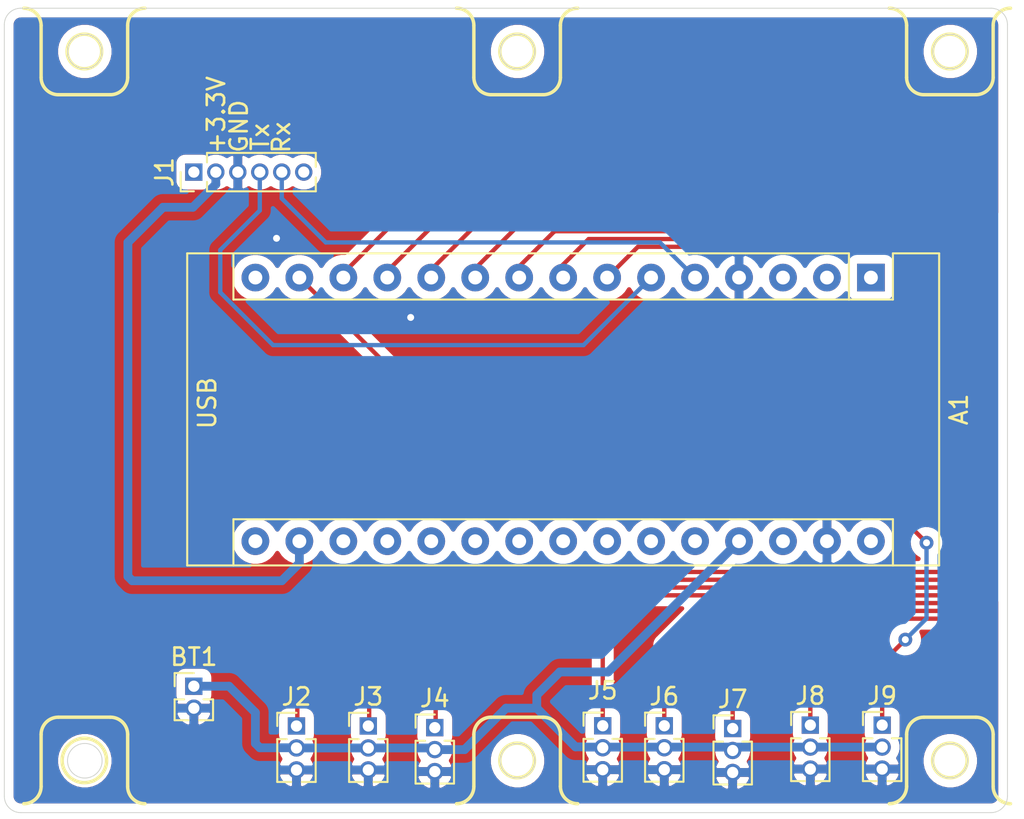
<source format=kicad_pcb>
(kicad_pcb (version 20171130) (host pcbnew "(5.1.6)-1")

  (general
    (thickness 1.6)
    (drawings 67)
    (tracks 126)
    (zones 0)
    (modules 11)
    (nets 32)
  )

  (page A4)
  (layers
    (0 F.Cu signal)
    (31 B.Cu signal)
    (32 B.Adhes user)
    (33 F.Adhes user)
    (34 B.Paste user)
    (35 F.Paste user)
    (36 B.SilkS user)
    (37 F.SilkS user)
    (38 B.Mask user)
    (39 F.Mask user)
    (40 Dwgs.User user)
    (41 Cmts.User user)
    (42 Eco1.User user)
    (43 Eco2.User user)
    (44 Edge.Cuts user)
    (45 Margin user)
    (46 B.CrtYd user)
    (47 F.CrtYd user)
    (48 B.Fab user)
    (49 F.Fab user)
  )

  (setup
    (last_trace_width 0.25)
    (user_trace_width 0.508)
    (trace_clearance 0.2)
    (zone_clearance 0.508)
    (zone_45_only no)
    (trace_min 0.2)
    (via_size 0.8)
    (via_drill 0.4)
    (via_min_size 0.4)
    (via_min_drill 0.3)
    (uvia_size 0.3)
    (uvia_drill 0.1)
    (uvias_allowed no)
    (uvia_min_size 0.2)
    (uvia_min_drill 0.1)
    (edge_width 0.05)
    (segment_width 0.2)
    (pcb_text_width 0.3)
    (pcb_text_size 1.5 1.5)
    (mod_edge_width 0.12)
    (mod_text_size 1 1)
    (mod_text_width 0.15)
    (pad_size 1.524 1.524)
    (pad_drill 0.762)
    (pad_to_mask_clearance 0)
    (aux_axis_origin 0 0)
    (visible_elements 7FFFFFFF)
    (pcbplotparams
      (layerselection 0x010fc_ffffffff)
      (usegerberextensions false)
      (usegerberattributes true)
      (usegerberadvancedattributes true)
      (creategerberjobfile true)
      (excludeedgelayer true)
      (linewidth 0.100000)
      (plotframeref false)
      (viasonmask false)
      (mode 1)
      (useauxorigin false)
      (hpglpennumber 1)
      (hpglpenspeed 20)
      (hpglpendiameter 15.000000)
      (psnegative false)
      (psa4output false)
      (plotreference true)
      (plotvalue true)
      (plotinvisibletext false)
      (padsonsilk false)
      (subtractmaskfromsilk false)
      (outputformat 1)
      (mirror false)
      (drillshape 1)
      (scaleselection 1)
      (outputdirectory ""))
  )

  (net 0 "")
  (net 1 "Net-(A1-Pad16)")
  (net 2 "Net-(A1-Pad15)")
  (net 3 "Net-(A1-Pad30)")
  (net 4 GND)
  (net 5 "Net-(A1-Pad28)")
  (net 6 +5V)
  (net 7 "Net-(A1-Pad26)")
  (net 8 "Net-(A1-Pad25)")
  (net 9 "Net-(A1-Pad24)")
  (net 10 "Net-(A1-Pad23)")
  (net 11 "Net-(A1-Pad22)")
  (net 12 "Net-(A1-Pad21)")
  (net 13 "Net-(A1-Pad20)")
  (net 14 "Net-(A1-Pad19)")
  (net 15 "Net-(A1-Pad3)")
  (net 16 "Net-(A1-Pad18)")
  (net 17 "Net-(A1-Pad2)")
  (net 18 "Net-(A1-Pad1)")
  (net 19 "Net-(J1-Pad6)")
  (net 20 "Net-(J1-Pad1)")
  (net 21 /D11)
  (net 22 /D10)
  (net 23 /D9)
  (net 24 /D8)
  (net 25 /D7)
  (net 26 /D6)
  (net 27 /D5)
  (net 28 /D4)
  (net 29 /RX)
  (net 30 /TX)
  (net 31 /3.3V)

  (net_class Default "This is the default net class."
    (clearance 0.2)
    (trace_width 0.25)
    (via_dia 0.8)
    (via_drill 0.4)
    (uvia_dia 0.3)
    (uvia_drill 0.1)
    (add_net +5V)
    (add_net /3.3V)
    (add_net /D10)
    (add_net /D11)
    (add_net /D4)
    (add_net /D5)
    (add_net /D6)
    (add_net /D7)
    (add_net /D8)
    (add_net /D9)
    (add_net /RX)
    (add_net /TX)
    (add_net GND)
    (add_net "Net-(A1-Pad1)")
    (add_net "Net-(A1-Pad15)")
    (add_net "Net-(A1-Pad16)")
    (add_net "Net-(A1-Pad18)")
    (add_net "Net-(A1-Pad19)")
    (add_net "Net-(A1-Pad2)")
    (add_net "Net-(A1-Pad20)")
    (add_net "Net-(A1-Pad21)")
    (add_net "Net-(A1-Pad22)")
    (add_net "Net-(A1-Pad23)")
    (add_net "Net-(A1-Pad24)")
    (add_net "Net-(A1-Pad25)")
    (add_net "Net-(A1-Pad26)")
    (add_net "Net-(A1-Pad28)")
    (add_net "Net-(A1-Pad3)")
    (add_net "Net-(A1-Pad30)")
    (add_net "Net-(J1-Pad1)")
    (add_net "Net-(J1-Pad6)")
  )

  (module Pin_Headers:Pin_Header_Straight_1x02_Pitch1.27mm (layer F.Cu) (tedit 59650535) (tstamp 60A329AA)
    (at 110.998 139.192)
    (descr "Through hole straight pin header, 1x02, 1.27mm pitch, single row")
    (tags "Through hole pin header THT 1x02 1.27mm single row")
    (path /60A39726)
    (fp_text reference BT1 (at 0 -1.695) (layer F.SilkS)
      (effects (font (size 1 1) (thickness 0.15)))
    )
    (fp_text value Battery (at 0 2.965) (layer F.Fab)
      (effects (font (size 1 1) (thickness 0.15)))
    )
    (fp_line (start -0.525 -0.635) (end 1.05 -0.635) (layer F.Fab) (width 0.1))
    (fp_line (start 1.05 -0.635) (end 1.05 1.905) (layer F.Fab) (width 0.1))
    (fp_line (start 1.05 1.905) (end -1.05 1.905) (layer F.Fab) (width 0.1))
    (fp_line (start -1.05 1.905) (end -1.05 -0.11) (layer F.Fab) (width 0.1))
    (fp_line (start -1.05 -0.11) (end -0.525 -0.635) (layer F.Fab) (width 0.1))
    (fp_line (start -1.11 1.965) (end -0.30753 1.965) (layer F.SilkS) (width 0.12))
    (fp_line (start 0.30753 1.965) (end 1.11 1.965) (layer F.SilkS) (width 0.12))
    (fp_line (start -1.11 0.76) (end -1.11 1.965) (layer F.SilkS) (width 0.12))
    (fp_line (start 1.11 0.76) (end 1.11 1.965) (layer F.SilkS) (width 0.12))
    (fp_line (start -1.11 0.76) (end -0.563471 0.76) (layer F.SilkS) (width 0.12))
    (fp_line (start 0.563471 0.76) (end 1.11 0.76) (layer F.SilkS) (width 0.12))
    (fp_line (start -1.11 0) (end -1.11 -0.76) (layer F.SilkS) (width 0.12))
    (fp_line (start -1.11 -0.76) (end 0 -0.76) (layer F.SilkS) (width 0.12))
    (fp_line (start -1.55 -1.15) (end -1.55 2.45) (layer F.CrtYd) (width 0.05))
    (fp_line (start -1.55 2.45) (end 1.55 2.45) (layer F.CrtYd) (width 0.05))
    (fp_line (start 1.55 2.45) (end 1.55 -1.15) (layer F.CrtYd) (width 0.05))
    (fp_line (start 1.55 -1.15) (end -1.55 -1.15) (layer F.CrtYd) (width 0.05))
    (fp_text user %R (at -2.54 0.508 90) (layer F.Fab)
      (effects (font (size 1 1) (thickness 0.15)))
    )
    (pad 2 thru_hole oval (at 0 1.27) (size 1 1) (drill 0.65) (layers *.Cu *.Mask)
      (net 4 GND))
    (pad 1 thru_hole rect (at 0 0) (size 1 1) (drill 0.65) (layers *.Cu *.Mask)
      (net 6 +5V))
    (model ${KISYS3DMOD}/Pin_Headers.3dshapes/Pin_Header_Straight_1x02_Pitch1.27mm.wrl
      (at (xyz 0 0 0))
      (scale (xyz 1 1 1))
      (rotate (xyz 0 0 0))
    )
  )

  (module Pin_Headers:Pin_Header_Straight_1x06_Pitch1.27mm (layer F.Cu) (tedit 59650535) (tstamp 60A329C6)
    (at 110.998 109.474 90)
    (descr "Through hole straight pin header, 1x06, 1.27mm pitch, single row")
    (tags "Through hole pin header THT 1x06 1.27mm single row")
    (path /609E4CF9)
    (fp_text reference J1 (at 0 -1.695 90) (layer F.SilkS)
      (effects (font (size 1 1) (thickness 0.15)))
    )
    (fp_text value Conn_01x06_Female (at 0 8.045 90) (layer F.Fab)
      (effects (font (size 1 1) (thickness 0.15)))
    )
    (fp_line (start -0.525 -0.635) (end 1.05 -0.635) (layer F.Fab) (width 0.1))
    (fp_line (start 1.05 -0.635) (end 1.05 6.985) (layer F.Fab) (width 0.1))
    (fp_line (start 1.05 6.985) (end -1.05 6.985) (layer F.Fab) (width 0.1))
    (fp_line (start -1.05 6.985) (end -1.05 -0.11) (layer F.Fab) (width 0.1))
    (fp_line (start -1.05 -0.11) (end -0.525 -0.635) (layer F.Fab) (width 0.1))
    (fp_line (start -1.11 7.045) (end -0.30753 7.045) (layer F.SilkS) (width 0.12))
    (fp_line (start 0.30753 7.045) (end 1.11 7.045) (layer F.SilkS) (width 0.12))
    (fp_line (start -1.11 0.76) (end -1.11 7.045) (layer F.SilkS) (width 0.12))
    (fp_line (start 1.11 0.76) (end 1.11 7.045) (layer F.SilkS) (width 0.12))
    (fp_line (start -1.11 0.76) (end -0.563471 0.76) (layer F.SilkS) (width 0.12))
    (fp_line (start 0.563471 0.76) (end 1.11 0.76) (layer F.SilkS) (width 0.12))
    (fp_line (start -1.11 0) (end -1.11 -0.76) (layer F.SilkS) (width 0.12))
    (fp_line (start -1.11 -0.76) (end 0 -0.76) (layer F.SilkS) (width 0.12))
    (fp_line (start -1.55 -1.15) (end -1.55 7.5) (layer F.CrtYd) (width 0.05))
    (fp_line (start -1.55 7.5) (end 1.55 7.5) (layer F.CrtYd) (width 0.05))
    (fp_line (start 1.55 7.5) (end 1.55 -1.15) (layer F.CrtYd) (width 0.05))
    (fp_line (start 1.55 -1.15) (end -1.55 -1.15) (layer F.CrtYd) (width 0.05))
    (fp_text user %R (at 0 3.175) (layer F.Fab)
      (effects (font (size 1 1) (thickness 0.15)))
    )
    (pad 6 thru_hole oval (at 0 6.35 90) (size 1 1) (drill 0.65) (layers *.Cu *.Mask)
      (net 19 "Net-(J1-Pad6)"))
    (pad 5 thru_hole oval (at 0 5.08 90) (size 1 1) (drill 0.65) (layers *.Cu *.Mask)
      (net 30 /TX))
    (pad 4 thru_hole oval (at 0 3.81 90) (size 1 1) (drill 0.65) (layers *.Cu *.Mask)
      (net 29 /RX))
    (pad 3 thru_hole oval (at 0 2.54 90) (size 1 1) (drill 0.65) (layers *.Cu *.Mask)
      (net 4 GND))
    (pad 2 thru_hole oval (at 0 1.27 90) (size 1 1) (drill 0.65) (layers *.Cu *.Mask)
      (net 31 /3.3V))
    (pad 1 thru_hole rect (at 0 0 90) (size 1 1) (drill 0.65) (layers *.Cu *.Mask)
      (net 20 "Net-(J1-Pad1)"))
    (model ${KISYS3DMOD}/Pin_Headers.3dshapes/Pin_Header_Straight_1x06_Pitch1.27mm.wrl
      (at (xyz 0 0 0))
      (scale (xyz 1 1 1))
      (rotate (xyz 0 0 0))
    )
  )

  (module Pin_Headers:Pin_Header_Straight_1x03_Pitch1.27mm (layer F.Cu) (tedit 59650535) (tstamp 60A329DF)
    (at 116.927001 141.491001)
    (descr "Through hole straight pin header, 1x03, 1.27mm pitch, single row")
    (tags "Through hole pin header THT 1x03 1.27mm single row")
    (path /60A17E78)
    (fp_text reference J2 (at 0 -1.695) (layer F.SilkS)
      (effects (font (size 1 1) (thickness 0.15)))
    )
    (fp_text value Conn_01x03_Female (at 0 4.235) (layer F.Fab)
      (effects (font (size 1 1) (thickness 0.15)))
    )
    (fp_line (start 1.55 -1.15) (end -1.55 -1.15) (layer F.CrtYd) (width 0.05))
    (fp_line (start 1.55 3.7) (end 1.55 -1.15) (layer F.CrtYd) (width 0.05))
    (fp_line (start -1.55 3.7) (end 1.55 3.7) (layer F.CrtYd) (width 0.05))
    (fp_line (start -1.55 -1.15) (end -1.55 3.7) (layer F.CrtYd) (width 0.05))
    (fp_line (start -1.11 -0.76) (end 0 -0.76) (layer F.SilkS) (width 0.12))
    (fp_line (start -1.11 0) (end -1.11 -0.76) (layer F.SilkS) (width 0.12))
    (fp_line (start 0.563471 0.76) (end 1.11 0.76) (layer F.SilkS) (width 0.12))
    (fp_line (start -1.11 0.76) (end -0.563471 0.76) (layer F.SilkS) (width 0.12))
    (fp_line (start 1.11 0.76) (end 1.11 3.235) (layer F.SilkS) (width 0.12))
    (fp_line (start -1.11 0.76) (end -1.11 3.235) (layer F.SilkS) (width 0.12))
    (fp_line (start 0.30753 3.235) (end 1.11 3.235) (layer F.SilkS) (width 0.12))
    (fp_line (start -1.11 3.235) (end -0.30753 3.235) (layer F.SilkS) (width 0.12))
    (fp_line (start -1.05 -0.11) (end -0.525 -0.635) (layer F.Fab) (width 0.1))
    (fp_line (start -1.05 3.175) (end -1.05 -0.11) (layer F.Fab) (width 0.1))
    (fp_line (start 1.05 3.175) (end -1.05 3.175) (layer F.Fab) (width 0.1))
    (fp_line (start 1.05 -0.635) (end 1.05 3.175) (layer F.Fab) (width 0.1))
    (fp_line (start -0.525 -0.635) (end 1.05 -0.635) (layer F.Fab) (width 0.1))
    (fp_text user %R (at 0 1.27 90) (layer F.Fab)
      (effects (font (size 1 1) (thickness 0.15)))
    )
    (pad 1 thru_hole rect (at 0 0) (size 1 1) (drill 0.65) (layers *.Cu *.Mask)
      (net 28 /D4))
    (pad 2 thru_hole oval (at 0 1.27) (size 1 1) (drill 0.65) (layers *.Cu *.Mask)
      (net 6 +5V))
    (pad 3 thru_hole oval (at 0 2.54) (size 1 1) (drill 0.65) (layers *.Cu *.Mask)
      (net 4 GND))
    (model ${KISYS3DMOD}/Pin_Headers.3dshapes/Pin_Header_Straight_1x03_Pitch1.27mm.wrl
      (at (xyz 0 0 0))
      (scale (xyz 1 1 1))
      (rotate (xyz 0 0 0))
    )
  )

  (module Pin_Headers:Pin_Header_Straight_1x03_Pitch1.27mm (layer F.Cu) (tedit 59650535) (tstamp 60A329F8)
    (at 121.077001 141.491001)
    (descr "Through hole straight pin header, 1x03, 1.27mm pitch, single row")
    (tags "Through hole pin header THT 1x03 1.27mm single row")
    (path /609F0247)
    (fp_text reference J3 (at 0 -1.695) (layer F.SilkS)
      (effects (font (size 1 1) (thickness 0.15)))
    )
    (fp_text value Conn_01x03_Female (at 0 4.235) (layer F.Fab)
      (effects (font (size 1 1) (thickness 0.15)))
    )
    (fp_line (start -0.525 -0.635) (end 1.05 -0.635) (layer F.Fab) (width 0.1))
    (fp_line (start 1.05 -0.635) (end 1.05 3.175) (layer F.Fab) (width 0.1))
    (fp_line (start 1.05 3.175) (end -1.05 3.175) (layer F.Fab) (width 0.1))
    (fp_line (start -1.05 3.175) (end -1.05 -0.11) (layer F.Fab) (width 0.1))
    (fp_line (start -1.05 -0.11) (end -0.525 -0.635) (layer F.Fab) (width 0.1))
    (fp_line (start -1.11 3.235) (end -0.30753 3.235) (layer F.SilkS) (width 0.12))
    (fp_line (start 0.30753 3.235) (end 1.11 3.235) (layer F.SilkS) (width 0.12))
    (fp_line (start -1.11 0.76) (end -1.11 3.235) (layer F.SilkS) (width 0.12))
    (fp_line (start 1.11 0.76) (end 1.11 3.235) (layer F.SilkS) (width 0.12))
    (fp_line (start -1.11 0.76) (end -0.563471 0.76) (layer F.SilkS) (width 0.12))
    (fp_line (start 0.563471 0.76) (end 1.11 0.76) (layer F.SilkS) (width 0.12))
    (fp_line (start -1.11 0) (end -1.11 -0.76) (layer F.SilkS) (width 0.12))
    (fp_line (start -1.11 -0.76) (end 0 -0.76) (layer F.SilkS) (width 0.12))
    (fp_line (start -1.55 -1.15) (end -1.55 3.7) (layer F.CrtYd) (width 0.05))
    (fp_line (start -1.55 3.7) (end 1.55 3.7) (layer F.CrtYd) (width 0.05))
    (fp_line (start 1.55 3.7) (end 1.55 -1.15) (layer F.CrtYd) (width 0.05))
    (fp_line (start 1.55 -1.15) (end -1.55 -1.15) (layer F.CrtYd) (width 0.05))
    (fp_text user %R (at 0 1.27 90) (layer F.Fab)
      (effects (font (size 1 1) (thickness 0.15)))
    )
    (pad 3 thru_hole oval (at 0 2.54) (size 1 1) (drill 0.65) (layers *.Cu *.Mask)
      (net 4 GND))
    (pad 2 thru_hole oval (at 0 1.27) (size 1 1) (drill 0.65) (layers *.Cu *.Mask)
      (net 6 +5V))
    (pad 1 thru_hole rect (at 0 0) (size 1 1) (drill 0.65) (layers *.Cu *.Mask)
      (net 27 /D5))
    (model ${KISYS3DMOD}/Pin_Headers.3dshapes/Pin_Header_Straight_1x03_Pitch1.27mm.wrl
      (at (xyz 0 0 0))
      (scale (xyz 1 1 1))
      (rotate (xyz 0 0 0))
    )
  )

  (module Pin_Headers:Pin_Header_Straight_1x03_Pitch1.27mm (layer F.Cu) (tedit 59650535) (tstamp 60A32A11)
    (at 124.918 141.586)
    (descr "Through hole straight pin header, 1x03, 1.27mm pitch, single row")
    (tags "Through hole pin header THT 1x03 1.27mm single row")
    (path /609F193B)
    (fp_text reference J4 (at 0 -1.695) (layer F.SilkS)
      (effects (font (size 1 1) (thickness 0.15)))
    )
    (fp_text value Conn_01x03_Female (at 0 4.235) (layer F.Fab)
      (effects (font (size 1 1) (thickness 0.15)))
    )
    (fp_line (start 1.55 -1.15) (end -1.55 -1.15) (layer F.CrtYd) (width 0.05))
    (fp_line (start 1.55 3.7) (end 1.55 -1.15) (layer F.CrtYd) (width 0.05))
    (fp_line (start -1.55 3.7) (end 1.55 3.7) (layer F.CrtYd) (width 0.05))
    (fp_line (start -1.55 -1.15) (end -1.55 3.7) (layer F.CrtYd) (width 0.05))
    (fp_line (start -1.11 -0.76) (end 0 -0.76) (layer F.SilkS) (width 0.12))
    (fp_line (start -1.11 0) (end -1.11 -0.76) (layer F.SilkS) (width 0.12))
    (fp_line (start 0.563471 0.76) (end 1.11 0.76) (layer F.SilkS) (width 0.12))
    (fp_line (start -1.11 0.76) (end -0.563471 0.76) (layer F.SilkS) (width 0.12))
    (fp_line (start 1.11 0.76) (end 1.11 3.235) (layer F.SilkS) (width 0.12))
    (fp_line (start -1.11 0.76) (end -1.11 3.235) (layer F.SilkS) (width 0.12))
    (fp_line (start 0.30753 3.235) (end 1.11 3.235) (layer F.SilkS) (width 0.12))
    (fp_line (start -1.11 3.235) (end -0.30753 3.235) (layer F.SilkS) (width 0.12))
    (fp_line (start -1.05 -0.11) (end -0.525 -0.635) (layer F.Fab) (width 0.1))
    (fp_line (start -1.05 3.175) (end -1.05 -0.11) (layer F.Fab) (width 0.1))
    (fp_line (start 1.05 3.175) (end -1.05 3.175) (layer F.Fab) (width 0.1))
    (fp_line (start 1.05 -0.635) (end 1.05 3.175) (layer F.Fab) (width 0.1))
    (fp_line (start -0.525 -0.635) (end 1.05 -0.635) (layer F.Fab) (width 0.1))
    (fp_text user %R (at 0 1.27 90) (layer F.Fab)
      (effects (font (size 1 1) (thickness 0.15)))
    )
    (pad 1 thru_hole rect (at 0 0) (size 1 1) (drill 0.65) (layers *.Cu *.Mask)
      (net 26 /D6))
    (pad 2 thru_hole oval (at 0 1.27) (size 1 1) (drill 0.65) (layers *.Cu *.Mask)
      (net 6 +5V))
    (pad 3 thru_hole oval (at 0 2.54) (size 1 1) (drill 0.65) (layers *.Cu *.Mask)
      (net 4 GND))
    (model ${KISYS3DMOD}/Pin_Headers.3dshapes/Pin_Header_Straight_1x03_Pitch1.27mm.wrl
      (at (xyz 0 0 0))
      (scale (xyz 1 1 1))
      (rotate (xyz 0 0 0))
    )
  )

  (module Pin_Headers:Pin_Header_Straight_1x03_Pitch1.27mm (layer F.Cu) (tedit 59650535) (tstamp 60A32A2A)
    (at 134.62 141.478)
    (descr "Through hole straight pin header, 1x03, 1.27mm pitch, single row")
    (tags "Through hole pin header THT 1x03 1.27mm single row")
    (path /609F2F31)
    (fp_text reference J5 (at 0 -2.032) (layer F.SilkS)
      (effects (font (size 1 1) (thickness 0.15)))
    )
    (fp_text value Conn_01x03_Female (at 0 4.235) (layer F.Fab)
      (effects (font (size 1 1) (thickness 0.15)))
    )
    (fp_line (start -0.525 -0.635) (end 1.05 -0.635) (layer F.Fab) (width 0.1))
    (fp_line (start 1.05 -0.635) (end 1.05 3.175) (layer F.Fab) (width 0.1))
    (fp_line (start 1.05 3.175) (end -1.05 3.175) (layer F.Fab) (width 0.1))
    (fp_line (start -1.05 3.175) (end -1.05 -0.11) (layer F.Fab) (width 0.1))
    (fp_line (start -1.05 -0.11) (end -0.525 -0.635) (layer F.Fab) (width 0.1))
    (fp_line (start -1.11 3.235) (end -0.30753 3.235) (layer F.SilkS) (width 0.12))
    (fp_line (start 0.30753 3.235) (end 1.11 3.235) (layer F.SilkS) (width 0.12))
    (fp_line (start -1.11 0.76) (end -1.11 3.235) (layer F.SilkS) (width 0.12))
    (fp_line (start 1.11 0.76) (end 1.11 3.235) (layer F.SilkS) (width 0.12))
    (fp_line (start -1.11 0.76) (end -0.563471 0.76) (layer F.SilkS) (width 0.12))
    (fp_line (start 0.563471 0.76) (end 1.11 0.76) (layer F.SilkS) (width 0.12))
    (fp_line (start -1.11 0) (end -1.11 -0.76) (layer F.SilkS) (width 0.12))
    (fp_line (start -1.11 -0.76) (end 0 -0.76) (layer F.SilkS) (width 0.12))
    (fp_line (start -1.55 -1.15) (end -1.55 3.7) (layer F.CrtYd) (width 0.05))
    (fp_line (start -1.55 3.7) (end 1.55 3.7) (layer F.CrtYd) (width 0.05))
    (fp_line (start 1.55 3.7) (end 1.55 -1.15) (layer F.CrtYd) (width 0.05))
    (fp_line (start 1.55 -1.15) (end -1.55 -1.15) (layer F.CrtYd) (width 0.05))
    (fp_text user %R (at 0 1.27 90) (layer F.Fab)
      (effects (font (size 1 1) (thickness 0.15)))
    )
    (pad 3 thru_hole oval (at 0 2.54) (size 1 1) (drill 0.65) (layers *.Cu *.Mask)
      (net 4 GND))
    (pad 2 thru_hole oval (at 0 1.27) (size 1 1) (drill 0.65) (layers *.Cu *.Mask)
      (net 6 +5V))
    (pad 1 thru_hole rect (at 0 0) (size 1 1) (drill 0.65) (layers *.Cu *.Mask)
      (net 25 /D7))
    (model ${KISYS3DMOD}/Pin_Headers.3dshapes/Pin_Header_Straight_1x03_Pitch1.27mm.wrl
      (at (xyz 0 0 0))
      (scale (xyz 1 1 1))
      (rotate (xyz 0 0 0))
    )
  )

  (module Pin_Headers:Pin_Header_Straight_1x03_Pitch1.27mm (layer F.Cu) (tedit 59650535) (tstamp 60A32A43)
    (at 138.176 141.478)
    (descr "Through hole straight pin header, 1x03, 1.27mm pitch, single row")
    (tags "Through hole pin header THT 1x03 1.27mm single row")
    (path /609F43FF)
    (fp_text reference J6 (at 0 -1.695) (layer F.SilkS)
      (effects (font (size 1 1) (thickness 0.15)))
    )
    (fp_text value Conn_01x03_Female (at 0 4.235) (layer F.Fab)
      (effects (font (size 1 1) (thickness 0.15)))
    )
    (fp_line (start 1.55 -1.15) (end -1.55 -1.15) (layer F.CrtYd) (width 0.05))
    (fp_line (start 1.55 3.7) (end 1.55 -1.15) (layer F.CrtYd) (width 0.05))
    (fp_line (start -1.55 3.7) (end 1.55 3.7) (layer F.CrtYd) (width 0.05))
    (fp_line (start -1.55 -1.15) (end -1.55 3.7) (layer F.CrtYd) (width 0.05))
    (fp_line (start -1.11 -0.76) (end 0 -0.76) (layer F.SilkS) (width 0.12))
    (fp_line (start -1.11 0) (end -1.11 -0.76) (layer F.SilkS) (width 0.12))
    (fp_line (start 0.563471 0.76) (end 1.11 0.76) (layer F.SilkS) (width 0.12))
    (fp_line (start -1.11 0.76) (end -0.563471 0.76) (layer F.SilkS) (width 0.12))
    (fp_line (start 1.11 0.76) (end 1.11 3.235) (layer F.SilkS) (width 0.12))
    (fp_line (start -1.11 0.76) (end -1.11 3.235) (layer F.SilkS) (width 0.12))
    (fp_line (start 0.30753 3.235) (end 1.11 3.235) (layer F.SilkS) (width 0.12))
    (fp_line (start -1.11 3.235) (end -0.30753 3.235) (layer F.SilkS) (width 0.12))
    (fp_line (start -1.05 -0.11) (end -0.525 -0.635) (layer F.Fab) (width 0.1))
    (fp_line (start -1.05 3.175) (end -1.05 -0.11) (layer F.Fab) (width 0.1))
    (fp_line (start 1.05 3.175) (end -1.05 3.175) (layer F.Fab) (width 0.1))
    (fp_line (start 1.05 -0.635) (end 1.05 3.175) (layer F.Fab) (width 0.1))
    (fp_line (start -0.525 -0.635) (end 1.05 -0.635) (layer F.Fab) (width 0.1))
    (fp_text user %R (at 0 0 90) (layer F.Fab)
      (effects (font (size 1 1) (thickness 0.15)))
    )
    (pad 1 thru_hole rect (at 0 0) (size 1 1) (drill 0.65) (layers *.Cu *.Mask)
      (net 24 /D8))
    (pad 2 thru_hole oval (at 0 1.27) (size 1 1) (drill 0.65) (layers *.Cu *.Mask)
      (net 6 +5V))
    (pad 3 thru_hole oval (at 0 2.54) (size 1 1) (drill 0.65) (layers *.Cu *.Mask)
      (net 4 GND))
    (model ${KISYS3DMOD}/Pin_Headers.3dshapes/Pin_Header_Straight_1x03_Pitch1.27mm.wrl
      (at (xyz 0 0 0))
      (scale (xyz 1 1 1))
      (rotate (xyz 0 0 0))
    )
  )

  (module Pin_Headers:Pin_Header_Straight_1x03_Pitch1.27mm (layer F.Cu) (tedit 59650535) (tstamp 60A32A5C)
    (at 142.127001 141.637001)
    (descr "Through hole straight pin header, 1x03, 1.27mm pitch, single row")
    (tags "Through hole pin header THT 1x03 1.27mm single row")
    (path /609F57DC)
    (fp_text reference J7 (at 0 -1.695) (layer F.SilkS)
      (effects (font (size 1 1) (thickness 0.15)))
    )
    (fp_text value Conn_01x03_Female (at 0 4.235) (layer F.Fab)
      (effects (font (size 1 1) (thickness 0.15)))
    )
    (fp_line (start -0.525 -0.635) (end 1.05 -0.635) (layer F.Fab) (width 0.1))
    (fp_line (start 1.05 -0.635) (end 1.05 3.175) (layer F.Fab) (width 0.1))
    (fp_line (start 1.05 3.175) (end -1.05 3.175) (layer F.Fab) (width 0.1))
    (fp_line (start -1.05 3.175) (end -1.05 -0.11) (layer F.Fab) (width 0.1))
    (fp_line (start -1.05 -0.11) (end -0.525 -0.635) (layer F.Fab) (width 0.1))
    (fp_line (start -1.11 3.235) (end -0.30753 3.235) (layer F.SilkS) (width 0.12))
    (fp_line (start 0.30753 3.235) (end 1.11 3.235) (layer F.SilkS) (width 0.12))
    (fp_line (start -1.11 0.76) (end -1.11 3.235) (layer F.SilkS) (width 0.12))
    (fp_line (start 1.11 0.76) (end 1.11 3.235) (layer F.SilkS) (width 0.12))
    (fp_line (start -1.11 0.76) (end -0.563471 0.76) (layer F.SilkS) (width 0.12))
    (fp_line (start 0.563471 0.76) (end 1.11 0.76) (layer F.SilkS) (width 0.12))
    (fp_line (start -1.11 0) (end -1.11 -0.76) (layer F.SilkS) (width 0.12))
    (fp_line (start -1.11 -0.76) (end 0 -0.76) (layer F.SilkS) (width 0.12))
    (fp_line (start -1.55 -1.15) (end -1.55 3.7) (layer F.CrtYd) (width 0.05))
    (fp_line (start -1.55 3.7) (end 1.55 3.7) (layer F.CrtYd) (width 0.05))
    (fp_line (start 1.55 3.7) (end 1.55 -1.15) (layer F.CrtYd) (width 0.05))
    (fp_line (start 1.55 -1.15) (end -1.55 -1.15) (layer F.CrtYd) (width 0.05))
    (fp_text user %R (at 0 1.27 90) (layer F.Fab)
      (effects (font (size 1 1) (thickness 0.15)))
    )
    (pad 3 thru_hole oval (at 0 2.54) (size 1 1) (drill 0.65) (layers *.Cu *.Mask)
      (net 4 GND))
    (pad 2 thru_hole oval (at 0 1.27) (size 1 1) (drill 0.65) (layers *.Cu *.Mask)
      (net 6 +5V))
    (pad 1 thru_hole rect (at 0 0) (size 1 1) (drill 0.65) (layers *.Cu *.Mask)
      (net 23 /D9))
    (model ${KISYS3DMOD}/Pin_Headers.3dshapes/Pin_Header_Straight_1x03_Pitch1.27mm.wrl
      (at (xyz 0 0 0))
      (scale (xyz 1 1 1))
      (rotate (xyz 0 0 0))
    )
  )

  (module Pin_Headers:Pin_Header_Straight_1x03_Pitch1.27mm (layer F.Cu) (tedit 59650535) (tstamp 60A32A75)
    (at 146.613001 141.441001)
    (descr "Through hole straight pin header, 1x03, 1.27mm pitch, single row")
    (tags "Through hole pin header THT 1x03 1.27mm single row")
    (path /609F6CEE)
    (fp_text reference J8 (at 0 -1.695) (layer F.SilkS)
      (effects (font (size 1 1) (thickness 0.15)))
    )
    (fp_text value Conn_01x03_Female (at 0 4.235) (layer F.Fab)
      (effects (font (size 1 1) (thickness 0.15)))
    )
    (fp_line (start 1.55 -1.15) (end -1.55 -1.15) (layer F.CrtYd) (width 0.05))
    (fp_line (start 1.55 3.7) (end 1.55 -1.15) (layer F.CrtYd) (width 0.05))
    (fp_line (start -1.55 3.7) (end 1.55 3.7) (layer F.CrtYd) (width 0.05))
    (fp_line (start -1.55 -1.15) (end -1.55 3.7) (layer F.CrtYd) (width 0.05))
    (fp_line (start -1.11 -0.76) (end 0 -0.76) (layer F.SilkS) (width 0.12))
    (fp_line (start -1.11 0) (end -1.11 -0.76) (layer F.SilkS) (width 0.12))
    (fp_line (start 0.563471 0.76) (end 1.11 0.76) (layer F.SilkS) (width 0.12))
    (fp_line (start -1.11 0.76) (end -0.563471 0.76) (layer F.SilkS) (width 0.12))
    (fp_line (start 1.11 0.76) (end 1.11 3.235) (layer F.SilkS) (width 0.12))
    (fp_line (start -1.11 0.76) (end -1.11 3.235) (layer F.SilkS) (width 0.12))
    (fp_line (start 0.30753 3.235) (end 1.11 3.235) (layer F.SilkS) (width 0.12))
    (fp_line (start -1.11 3.235) (end -0.30753 3.235) (layer F.SilkS) (width 0.12))
    (fp_line (start -1.05 -0.11) (end -0.525 -0.635) (layer F.Fab) (width 0.1))
    (fp_line (start -1.05 3.175) (end -1.05 -0.11) (layer F.Fab) (width 0.1))
    (fp_line (start 1.05 3.175) (end -1.05 3.175) (layer F.Fab) (width 0.1))
    (fp_line (start 1.05 -0.635) (end 1.05 3.175) (layer F.Fab) (width 0.1))
    (fp_line (start -0.525 -0.635) (end 1.05 -0.635) (layer F.Fab) (width 0.1))
    (fp_text user %R (at 0 1.27 90) (layer F.Fab)
      (effects (font (size 1 1) (thickness 0.15)))
    )
    (pad 1 thru_hole rect (at 0 0) (size 1 1) (drill 0.65) (layers *.Cu *.Mask)
      (net 22 /D10))
    (pad 2 thru_hole oval (at 0 1.27) (size 1 1) (drill 0.65) (layers *.Cu *.Mask)
      (net 6 +5V))
    (pad 3 thru_hole oval (at 0 2.54) (size 1 1) (drill 0.65) (layers *.Cu *.Mask)
      (net 4 GND))
    (model ${KISYS3DMOD}/Pin_Headers.3dshapes/Pin_Header_Straight_1x03_Pitch1.27mm.wrl
      (at (xyz 0 0 0))
      (scale (xyz 1 1 1))
      (rotate (xyz 0 0 0))
    )
  )

  (module Pin_Headers:Pin_Header_Straight_1x03_Pitch1.27mm (layer F.Cu) (tedit 59650535) (tstamp 60A32A8E)
    (at 150.763001 141.441001)
    (descr "Through hole straight pin header, 1x03, 1.27mm pitch, single row")
    (tags "Through hole pin header THT 1x03 1.27mm single row")
    (path /609FB125)
    (fp_text reference J9 (at 0 -1.695) (layer F.SilkS)
      (effects (font (size 1 1) (thickness 0.15)))
    )
    (fp_text value Conn_01x03_Female (at 0 4.235) (layer F.Fab)
      (effects (font (size 1 1) (thickness 0.15)))
    )
    (fp_line (start -0.525 -0.635) (end 1.05 -0.635) (layer F.Fab) (width 0.1))
    (fp_line (start 1.05 -0.635) (end 1.05 3.175) (layer F.Fab) (width 0.1))
    (fp_line (start 1.05 3.175) (end -1.05 3.175) (layer F.Fab) (width 0.1))
    (fp_line (start -1.05 3.175) (end -1.05 -0.11) (layer F.Fab) (width 0.1))
    (fp_line (start -1.05 -0.11) (end -0.525 -0.635) (layer F.Fab) (width 0.1))
    (fp_line (start -1.11 3.235) (end -0.30753 3.235) (layer F.SilkS) (width 0.12))
    (fp_line (start 0.30753 3.235) (end 1.11 3.235) (layer F.SilkS) (width 0.12))
    (fp_line (start -1.11 0.76) (end -1.11 3.235) (layer F.SilkS) (width 0.12))
    (fp_line (start 1.11 0.76) (end 1.11 3.235) (layer F.SilkS) (width 0.12))
    (fp_line (start -1.11 0.76) (end -0.563471 0.76) (layer F.SilkS) (width 0.12))
    (fp_line (start 0.563471 0.76) (end 1.11 0.76) (layer F.SilkS) (width 0.12))
    (fp_line (start -1.11 0) (end -1.11 -0.76) (layer F.SilkS) (width 0.12))
    (fp_line (start -1.11 -0.76) (end 0 -0.76) (layer F.SilkS) (width 0.12))
    (fp_line (start -1.55 -1.15) (end -1.55 3.7) (layer F.CrtYd) (width 0.05))
    (fp_line (start -1.55 3.7) (end 1.55 3.7) (layer F.CrtYd) (width 0.05))
    (fp_line (start 1.55 3.7) (end 1.55 -1.15) (layer F.CrtYd) (width 0.05))
    (fp_line (start 1.55 -1.15) (end -1.55 -1.15) (layer F.CrtYd) (width 0.05))
    (fp_text user %R (at 0 1.27 90) (layer F.Fab)
      (effects (font (size 1 1) (thickness 0.15)))
    )
    (pad 3 thru_hole oval (at 0 2.54) (size 1 1) (drill 0.65) (layers *.Cu *.Mask)
      (net 4 GND))
    (pad 2 thru_hole oval (at 0 1.27) (size 1 1) (drill 0.65) (layers *.Cu *.Mask)
      (net 6 +5V))
    (pad 1 thru_hole rect (at 0 0) (size 1 1) (drill 0.65) (layers *.Cu *.Mask)
      (net 21 /D11))
    (model ${KISYS3DMOD}/Pin_Headers.3dshapes/Pin_Header_Straight_1x03_Pitch1.27mm.wrl
      (at (xyz 0 0 0))
      (scale (xyz 1 1 1))
      (rotate (xyz 0 0 0))
    )
  )

  (module Modules:Arduino_Nano (layer F.Cu) (tedit 58ACAF70) (tstamp 60A32CB5)
    (at 150.114 115.57 270)
    (descr "Arduino Nano, http://www.mouser.com/pdfdocs/Gravitech_Arduino_Nano3_0.pdf")
    (tags "Arduino Nano")
    (path /60A41E6F)
    (fp_text reference A1 (at 7.62 -5.08 90) (layer F.SilkS)
      (effects (font (size 1 1) (thickness 0.15)))
    )
    (fp_text value Arduino_Nano_Every (at 8.89 19.05) (layer F.Fab)
      (effects (font (size 1 1) (thickness 0.15)))
    )
    (fp_line (start 1.27 1.27) (end 1.27 -1.27) (layer F.SilkS) (width 0.12))
    (fp_line (start 1.27 -1.27) (end -1.4 -1.27) (layer F.SilkS) (width 0.12))
    (fp_line (start -1.4 1.27) (end -1.4 39.5) (layer F.SilkS) (width 0.12))
    (fp_line (start -1.4 -3.94) (end -1.4 -1.27) (layer F.SilkS) (width 0.12))
    (fp_line (start 13.97 -1.27) (end 16.64 -1.27) (layer F.SilkS) (width 0.12))
    (fp_line (start 13.97 -1.27) (end 13.97 36.83) (layer F.SilkS) (width 0.12))
    (fp_line (start 13.97 36.83) (end 16.64 36.83) (layer F.SilkS) (width 0.12))
    (fp_line (start 1.27 1.27) (end -1.4 1.27) (layer F.SilkS) (width 0.12))
    (fp_line (start 1.27 1.27) (end 1.27 36.83) (layer F.SilkS) (width 0.12))
    (fp_line (start 1.27 36.83) (end -1.4 36.83) (layer F.SilkS) (width 0.12))
    (fp_line (start 3.81 31.75) (end 11.43 31.75) (layer F.Fab) (width 0.1))
    (fp_line (start 11.43 31.75) (end 11.43 41.91) (layer F.Fab) (width 0.1))
    (fp_line (start 11.43 41.91) (end 3.81 41.91) (layer F.Fab) (width 0.1))
    (fp_line (start 3.81 41.91) (end 3.81 31.75) (layer F.Fab) (width 0.1))
    (fp_line (start -1.4 39.5) (end 16.64 39.5) (layer F.SilkS) (width 0.12))
    (fp_line (start 16.64 39.5) (end 16.64 -3.94) (layer F.SilkS) (width 0.12))
    (fp_line (start 16.64 -3.94) (end -1.4 -3.94) (layer F.SilkS) (width 0.12))
    (fp_line (start 16.51 39.37) (end -1.27 39.37) (layer F.Fab) (width 0.1))
    (fp_line (start -1.27 39.37) (end -1.27 -2.54) (layer F.Fab) (width 0.1))
    (fp_line (start -1.27 -2.54) (end 0 -3.81) (layer F.Fab) (width 0.1))
    (fp_line (start 0 -3.81) (end 16.51 -3.81) (layer F.Fab) (width 0.1))
    (fp_line (start 16.51 -3.81) (end 16.51 39.37) (layer F.Fab) (width 0.1))
    (fp_line (start -1.53 -4.06) (end 16.75 -4.06) (layer F.CrtYd) (width 0.05))
    (fp_line (start -1.53 -4.06) (end -1.53 42.16) (layer F.CrtYd) (width 0.05))
    (fp_line (start 16.75 42.16) (end 16.75 -4.06) (layer F.CrtYd) (width 0.05))
    (fp_line (start 16.75 42.16) (end -1.53 42.16) (layer F.CrtYd) (width 0.05))
    (fp_text user %R (at 6.35 19.05) (layer F.Fab)
      (effects (font (size 1 1) (thickness 0.15)))
    )
    (pad 16 thru_hole oval (at 15.24 35.56 270) (size 1.6 1.6) (drill 0.8) (layers *.Cu *.Mask)
      (net 1 "Net-(A1-Pad16)"))
    (pad 15 thru_hole oval (at 0 35.56 270) (size 1.6 1.6) (drill 0.8) (layers *.Cu *.Mask)
      (net 2 "Net-(A1-Pad15)"))
    (pad 30 thru_hole oval (at 15.24 0 270) (size 1.6 1.6) (drill 0.8) (layers *.Cu *.Mask)
      (net 3 "Net-(A1-Pad30)"))
    (pad 14 thru_hole oval (at 0 33.02 270) (size 1.6 1.6) (drill 0.8) (layers *.Cu *.Mask)
      (net 21 /D11))
    (pad 29 thru_hole oval (at 15.24 2.54 270) (size 1.6 1.6) (drill 0.8) (layers *.Cu *.Mask)
      (net 4 GND))
    (pad 13 thru_hole oval (at 0 30.48 270) (size 1.6 1.6) (drill 0.8) (layers *.Cu *.Mask)
      (net 22 /D10))
    (pad 28 thru_hole oval (at 15.24 5.08 270) (size 1.6 1.6) (drill 0.8) (layers *.Cu *.Mask)
      (net 5 "Net-(A1-Pad28)"))
    (pad 12 thru_hole oval (at 0 27.94 270) (size 1.6 1.6) (drill 0.8) (layers *.Cu *.Mask)
      (net 23 /D9))
    (pad 27 thru_hole oval (at 15.24 7.62 270) (size 1.6 1.6) (drill 0.8) (layers *.Cu *.Mask)
      (net 6 +5V))
    (pad 11 thru_hole oval (at 0 25.4 270) (size 1.6 1.6) (drill 0.8) (layers *.Cu *.Mask)
      (net 24 /D8))
    (pad 26 thru_hole oval (at 15.24 10.16 270) (size 1.6 1.6) (drill 0.8) (layers *.Cu *.Mask)
      (net 7 "Net-(A1-Pad26)"))
    (pad 10 thru_hole oval (at 0 22.86 270) (size 1.6 1.6) (drill 0.8) (layers *.Cu *.Mask)
      (net 25 /D7))
    (pad 25 thru_hole oval (at 15.24 12.7 270) (size 1.6 1.6) (drill 0.8) (layers *.Cu *.Mask)
      (net 8 "Net-(A1-Pad25)"))
    (pad 9 thru_hole oval (at 0 20.32 270) (size 1.6 1.6) (drill 0.8) (layers *.Cu *.Mask)
      (net 26 /D6))
    (pad 24 thru_hole oval (at 15.24 15.24 270) (size 1.6 1.6) (drill 0.8) (layers *.Cu *.Mask)
      (net 9 "Net-(A1-Pad24)"))
    (pad 8 thru_hole oval (at 0 17.78 270) (size 1.6 1.6) (drill 0.8) (layers *.Cu *.Mask)
      (net 27 /D5))
    (pad 23 thru_hole oval (at 15.24 17.78 270) (size 1.6 1.6) (drill 0.8) (layers *.Cu *.Mask)
      (net 10 "Net-(A1-Pad23)"))
    (pad 7 thru_hole oval (at 0 15.24 270) (size 1.6 1.6) (drill 0.8) (layers *.Cu *.Mask)
      (net 28 /D4))
    (pad 22 thru_hole oval (at 15.24 20.32 270) (size 1.6 1.6) (drill 0.8) (layers *.Cu *.Mask)
      (net 11 "Net-(A1-Pad22)"))
    (pad 6 thru_hole oval (at 0 12.7 270) (size 1.6 1.6) (drill 0.8) (layers *.Cu *.Mask)
      (net 29 /RX))
    (pad 21 thru_hole oval (at 15.24 22.86 270) (size 1.6 1.6) (drill 0.8) (layers *.Cu *.Mask)
      (net 12 "Net-(A1-Pad21)"))
    (pad 5 thru_hole oval (at 0 10.16 270) (size 1.6 1.6) (drill 0.8) (layers *.Cu *.Mask)
      (net 30 /TX))
    (pad 20 thru_hole oval (at 15.24 25.4 270) (size 1.6 1.6) (drill 0.8) (layers *.Cu *.Mask)
      (net 13 "Net-(A1-Pad20)"))
    (pad 4 thru_hole oval (at 0 7.62 270) (size 1.6 1.6) (drill 0.8) (layers *.Cu *.Mask)
      (net 4 GND))
    (pad 19 thru_hole oval (at 15.24 27.94 270) (size 1.6 1.6) (drill 0.8) (layers *.Cu *.Mask)
      (net 14 "Net-(A1-Pad19)"))
    (pad 3 thru_hole oval (at 0 5.08 270) (size 1.6 1.6) (drill 0.8) (layers *.Cu *.Mask)
      (net 15 "Net-(A1-Pad3)"))
    (pad 18 thru_hole oval (at 15.24 30.48 270) (size 1.6 1.6) (drill 0.8) (layers *.Cu *.Mask)
      (net 16 "Net-(A1-Pad18)"))
    (pad 2 thru_hole oval (at 0 2.54 270) (size 1.6 1.6) (drill 0.8) (layers *.Cu *.Mask)
      (net 17 "Net-(A1-Pad2)"))
    (pad 17 thru_hole oval (at 15.24 33.02 270) (size 1.6 1.6) (drill 0.8) (layers *.Cu *.Mask)
      (net 31 /3.3V))
    (pad 1 thru_hole rect (at 0 0 270) (size 1.6 1.6) (drill 0.8) (layers *.Cu *.Mask)
      (net 18 "Net-(A1-Pad1)"))
  )

  (gr_text +3.3V (at 112.29 106.17 90) (layer F.SilkS)
    (effects (font (size 1 1) (thickness 0.15)))
  )
  (gr_text GND (at 113.6 106.82 90) (layer F.SilkS)
    (effects (font (size 1 1) (thickness 0.15)))
  )
  (gr_text Tx (at 114.83 107.44 90) (layer F.SilkS)
    (effects (font (size 1 1) (thickness 0.15)))
  )
  (gr_text Rx (at 116.05 107.47 90) (layer F.SilkS)
    (effects (font (size 1 1) (thickness 0.15)))
  )
  (gr_text "USB\n" (at 111.775 122.825 90) (layer F.SilkS)
    (effects (font (size 1 1) (thickness 0.15)))
  )
  (gr_arc (start 101 145.55) (end 100.05 145.55) (angle -90) (layer Edge.Cuts) (width 0.05) (tstamp 60A7F93A))
  (gr_arc (start 157.05 145.55) (end 157.05 146.5) (angle -90) (layer Edge.Cuts) (width 0.05) (tstamp 60A7F93A))
  (gr_arc (start 157.05 100.95) (end 158 100.95) (angle -90) (layer Edge.Cuts) (width 0.05) (tstamp 60A7F93A))
  (gr_arc (start 101 100.95) (end 101 100) (angle -90) (layer Edge.Cuts) (width 0.05))
  (gr_line (start 106.175 140.98315) (end 103.175 140.98315) (layer F.SilkS) (width 0.2))
  (gr_line (start 132.175 144.98315) (end 132.175 141.98315) (layer F.SilkS) (width 0.2))
  (gr_line (start 152.175 101) (end 152.175 104) (layer F.SilkS) (width 0.2))
  (gr_line (start 127.175 101) (end 127.175 104) (layer F.SilkS) (width 0.2))
  (gr_line (start 153.175 105) (end 156.175 105) (layer F.SilkS) (width 0.2))
  (gr_line (start 102.175 101) (end 102.175 104) (layer F.SilkS) (width 0.2))
  (gr_line (start 107.175 104) (end 107.175 101) (layer F.SilkS) (width 0.2))
  (gr_line (start 127.175 141.98315) (end 127.175 144.98315) (layer F.SilkS) (width 0.2))
  (gr_line (start 157.175 104) (end 157.175 101) (layer F.SilkS) (width 0.2))
  (gr_line (start 132.175 104) (end 132.175 101) (layer F.SilkS) (width 0.2))
  (gr_line (start 103.175 105) (end 106.175 105) (layer F.SilkS) (width 0.2))
  (gr_line (start 107.175 144.98315) (end 107.175 141.98315) (layer F.SilkS) (width 0.2))
  (gr_line (start 102.175 141.98315) (end 102.175 144.98315) (layer F.SilkS) (width 0.2))
  (gr_line (start 128.175 105) (end 131.175 105) (layer F.SilkS) (width 0.2))
  (gr_arc (start 128.175 104) (end 127.175 104) (angle -90) (layer F.SilkS) (width 0.2))
  (gr_arc (start 151.175 101) (end 152.175 101) (angle -90) (layer F.SilkS) (width 0.2))
  (gr_arc (start 101.175 144.98315) (end 101.175 145.98315) (angle -90) (layer F.SilkS) (width 0.2))
  (gr_arc (start 158.175 101) (end 158.175 100) (angle -90) (layer F.SilkS) (width 0.2))
  (gr_arc (start 153.175 104) (end 152.175 104) (angle -90) (layer F.SilkS) (width 0.2))
  (gr_arc (start 106.175 104) (end 106.175 105) (angle -90) (layer F.SilkS) (width 0.2))
  (gr_arc (start 101.175 101) (end 102.175 101) (angle -90) (layer F.SilkS) (width 0.2))
  (gr_arc (start 106.175 141.98315) (end 107.175 141.98315) (angle -90) (layer F.SilkS) (width 0.2))
  (gr_arc (start 103.175 104) (end 102.175 104) (angle -90) (layer F.SilkS) (width 0.2))
  (gr_arc (start 103.175 141.98315) (end 103.175 140.98315) (angle -90) (layer F.SilkS) (width 0.2))
  (gr_arc (start 133.175 144.98315) (end 132.175 144.98315) (angle -90) (layer F.SilkS) (width 0.2))
  (gr_arc (start 158.175 144.98315) (end 157.175 144.98315) (angle -90) (layer F.SilkS) (width 0.2))
  (gr_arc (start 156.175 141.98315) (end 157.175 141.98315) (angle -90) (layer F.SilkS) (width 0.2))
  (gr_arc (start 153.175 141.98315) (end 153.175 140.98315) (angle -90) (layer F.SilkS) (width 0.2))
  (gr_arc (start 156.175 104) (end 156.175 105) (angle -90) (layer F.SilkS) (width 0.2))
  (gr_arc (start 126.175 101) (end 127.175 101) (angle -90) (layer F.SilkS) (width 0.2))
  (gr_arc (start 151.175 144.98315) (end 151.175 145.98315) (angle -90) (layer F.SilkS) (width 0.2))
  (gr_arc (start 131.175 141.98315) (end 132.175 141.98315) (angle -90) (layer F.SilkS) (width 0.2))
  (gr_arc (start 108.175 101) (end 108.175 100) (angle -90) (layer F.SilkS) (width 0.2))
  (gr_arc (start 128.175 141.98315) (end 128.175 140.98315) (angle -90) (layer F.SilkS) (width 0.2))
  (gr_arc (start 126.175 144.98315) (end 126.175 145.98315) (angle -90) (layer F.SilkS) (width 0.2))
  (gr_arc (start 133.175 101) (end 133.175 100) (angle -90) (layer F.SilkS) (width 0.2))
  (gr_arc (start 131.175 104) (end 131.175 105) (angle -90) (layer F.SilkS) (width 0.2))
  (gr_circle (center 129.675 143.48315) (end 130.675 143.48315) (layer F.SilkS) (width 0.2))
  (gr_circle (center 129.675 102.5) (end 130.675 102.5) (layer F.SilkS) (width 0.2))
  (gr_circle (center 104.675 143.48315) (end 105.959065 143.48315) (layer F.SilkS) (width 0.2))
  (gr_circle (center 154.675 102.5) (end 155.675 102.5) (layer F.SilkS) (width 0.2))
  (gr_circle (center 104.675 102.5) (end 105.675 102.5) (layer F.SilkS) (width 0.2))
  (gr_circle (center 154.675 143.48315) (end 155.675 143.48315) (layer F.SilkS) (width 0.2))
  (gr_line (start 157.175 144.98315) (end 157.175 141.98315) (layer F.SilkS) (width 0.2))
  (gr_arc (start 108.175 144.98315) (end 107.175 144.98315) (angle -90) (layer F.SilkS) (width 0.2))
  (gr_line (start 156.175 140.98315) (end 153.175 140.98315) (layer F.SilkS) (width 0.2))
  (gr_line (start 152.175 141.98315) (end 152.175 144.98315) (layer F.SilkS) (width 0.2))
  (gr_line (start 131.175 140.98315) (end 128.175 140.98315) (layer F.SilkS) (width 0.2))
  (gr_circle (center 154.7 143.5) (end 155.7 143.5) (layer Edge.Cuts) (width 0.05))
  (gr_circle (center 129.7 143.5) (end 130.7 143.5) (layer Edge.Cuts) (width 0.05))
  (gr_circle (center 104.7 143.5) (end 105.7 143.5) (layer Edge.Cuts) (width 0.05))
  (gr_circle (center 154.7 102.5) (end 155.7 102.5) (layer Edge.Cuts) (width 0.05))
  (gr_circle (center 129.7 102.5) (end 130.7 102.5) (layer Edge.Cuts) (width 0.05))
  (gr_circle (center 104.7 102.5) (end 105.7 102.5) (layer Edge.Cuts) (width 0.05))
  (gr_line (start 157.05 100) (end 101 100) (layer Edge.Cuts) (width 0.05) (tstamp 60A7F944))
  (gr_line (start 158 145.55) (end 158 100.95) (layer Edge.Cuts) (width 0.05))
  (gr_line (start 101 146.5) (end 157.05 146.5) (layer Edge.Cuts) (width 0.05))
  (gr_line (start 100.05 100.95) (end 100.05 145.55) (layer Edge.Cuts) (width 0.05) (tstamp 60A7F931))

  (via (at 115.775 113.3) (size 0.8) (drill 0.4) (layers F.Cu B.Cu) (net 4))
  (via (at 123.525 117.875) (size 0.8) (drill 0.4) (layers F.Cu B.Cu) (net 4))
  (segment (start 142.268923 142.907001) (end 142.127001 142.907001) (width 0.508) (layer B.Cu) (net 6))
  (segment (start 134.935961 138.368039) (end 142.494 130.81) (width 0.508) (layer B.Cu) (net 6))
  (segment (start 133.553 142.697) (end 133.045 142.697) (width 0.508) (layer B.Cu) (net 6))
  (segment (start 133.567001 142.711001) (end 133.553 142.697) (width 0.508) (layer B.Cu) (net 6))
  (segment (start 133.045 142.697) (end 130.81 140.462) (width 0.508) (layer B.Cu) (net 6))
  (segment (start 130.81 140.462) (end 130.81 139.7) (width 0.508) (layer B.Cu) (net 6))
  (segment (start 132.141961 138.368039) (end 134.935961 138.368039) (width 0.508) (layer B.Cu) (net 6))
  (segment (start 130.81 139.7) (end 132.141961 138.368039) (width 0.508) (layer B.Cu) (net 6))
  (segment (start 110.998 139.192) (end 110.998 139.446) (width 0.508) (layer B.Cu) (net 6))
  (segment (start 133.567001 142.711001) (end 150.763001 142.711001) (width 0.508) (layer B.Cu) (net 6))
  (segment (start 113.03 139.192) (end 114.554 140.716) (width 0.508) (layer B.Cu) (net 6))
  (segment (start 114.554 140.716) (end 114.554 142.494) (width 0.508) (layer B.Cu) (net 6))
  (segment (start 110.998 139.192) (end 113.03 139.192) (width 0.508) (layer B.Cu) (net 6))
  (segment (start 114.554 142.494) (end 114.81 142.75) (width 0.508) (layer B.Cu) (net 6))
  (segment (start 116.916 142.75) (end 116.927001 142.761001) (width 0.508) (layer B.Cu) (net 6))
  (segment (start 114.81 142.75) (end 116.916 142.75) (width 0.508) (layer B.Cu) (net 6))
  (segment (start 116.927001 142.761001) (end 121.077001 142.761001) (width 0.508) (layer B.Cu) (net 6))
  (segment (start 124.823001 142.761001) (end 124.918 142.856) (width 0.508) (layer B.Cu) (net 6))
  (segment (start 121.077001 142.761001) (end 124.823001 142.761001) (width 0.508) (layer B.Cu) (net 6))
  (segment (start 129.032 140.462) (end 130.81 140.462) (width 0.508) (layer B.Cu) (net 6))
  (segment (start 124.918 142.856) (end 126.638 142.856) (width 0.508) (layer B.Cu) (net 6))
  (segment (start 126.638 142.856) (end 129.032 140.462) (width 0.508) (layer B.Cu) (net 6))
  (segment (start 117.094 115.57) (end 129.374 127.85) (width 0.25) (layer F.Cu) (net 21))
  (via (at 153.325 130.9) (size 0.8) (drill 0.4) (layers F.Cu B.Cu) (net 21))
  (segment (start 129.374 127.85) (end 150.275 127.85) (width 0.25) (layer F.Cu) (net 21))
  (segment (start 150.275 127.85) (end 153.325 130.9) (width 0.25) (layer F.Cu) (net 21))
  (via (at 152.1 136.5) (size 0.8) (drill 0.4) (layers F.Cu B.Cu) (net 21))
  (segment (start 153.325 135.275) (end 152.1 136.5) (width 0.25) (layer B.Cu) (net 21))
  (segment (start 153.325 130.9) (end 153.325 135.275) (width 0.25) (layer B.Cu) (net 21))
  (segment (start 150.763001 137.836999) (end 152.1 136.5) (width 0.25) (layer F.Cu) (net 21))
  (segment (start 150.763001 141.441001) (end 150.763001 137.836999) (width 0.25) (layer F.Cu) (net 21))
  (segment (start 123.93306 111.09194) (end 123.9 111.125) (width 0.25) (layer F.Cu) (net 22))
  (segment (start 119.634 115.316) (end 119.634 115.57) (width 0.25) (layer F.Cu) (net 22))
  (segment (start 123.93306 111.09194) (end 123.85806 111.09194) (width 0.25) (layer F.Cu) (net 22))
  (segment (start 123.85806 111.09194) (end 119.634 115.316) (width 0.25) (layer F.Cu) (net 22))
  (segment (start 155.5504 111.09194) (end 123.93306 111.09194) (width 0.25) (layer F.Cu) (net 22))
  (segment (start 146.613001 137.861999) (end 149.186944 135.288056) (width 0.25) (layer F.Cu) (net 22))
  (segment (start 155.296406 135.288056) (end 157.226 133.358462) (width 0.25) (layer F.Cu) (net 22))
  (segment (start 146.613001 141.441001) (end 146.613001 137.861999) (width 0.25) (layer F.Cu) (net 22))
  (segment (start 157.226 112.76754) (end 155.5504 111.09194) (width 0.25) (layer F.Cu) (net 22))
  (segment (start 149.186944 135.288056) (end 155.296406 135.288056) (width 0.25) (layer F.Cu) (net 22))
  (segment (start 157.226 133.358462) (end 157.226 112.76754) (width 0.25) (layer F.Cu) (net 22))
  (segment (start 125.93305 111.54195) (end 125.9 111.575) (width 0.25) (layer F.Cu) (net 23))
  (segment (start 122.174 115.201) (end 122.174 115.57) (width 0.25) (layer F.Cu) (net 23))
  (segment (start 125.93305 111.54195) (end 125.83305 111.54195) (width 0.25) (layer F.Cu) (net 23))
  (segment (start 125.83305 111.54195) (end 122.174 115.201) (width 0.25) (layer F.Cu) (net 23))
  (segment (start 155.364 111.54195) (end 125.93305 111.54195) (width 0.25) (layer F.Cu) (net 23))
  (segment (start 156.718 112.89595) (end 155.364 111.54195) (width 0.25) (layer F.Cu) (net 23))
  (segment (start 142.127001 137.672999) (end 144.961954 134.838046) (width 0.25) (layer F.Cu) (net 23))
  (segment (start 156.718 133.23005) (end 156.718 112.89595) (width 0.25) (layer F.Cu) (net 23))
  (segment (start 142.127001 141.637001) (end 142.127001 137.672999) (width 0.25) (layer F.Cu) (net 23))
  (segment (start 144.961954 134.838046) (end 155.110004 134.838046) (width 0.25) (layer F.Cu) (net 23))
  (segment (start 155.110004 134.838046) (end 156.718 133.23005) (width 0.25) (layer F.Cu) (net 23))
  (segment (start 127.958039 111.991961) (end 127.95 112) (width 0.25) (layer F.Cu) (net 24))
  (segment (start 124.714 115.111) (end 124.714 115.57) (width 0.25) (layer F.Cu) (net 24))
  (segment (start 127.958039 111.991961) (end 127.833039 111.991961) (width 0.25) (layer F.Cu) (net 24))
  (segment (start 127.833039 111.991961) (end 124.714 115.111) (width 0.25) (layer F.Cu) (net 24))
  (segment (start 138.176 136.799) (end 140.586965 134.388035) (width 0.25) (layer F.Cu) (net 24))
  (segment (start 138.176 141.478) (end 138.176 136.799) (width 0.25) (layer F.Cu) (net 24))
  (segment (start 140.586965 134.388035) (end 154.923605 134.388035) (width 0.25) (layer F.Cu) (net 24))
  (segment (start 155.177601 111.991961) (end 127.958039 111.991961) (width 0.25) (layer F.Cu) (net 24))
  (segment (start 154.923605 134.388035) (end 156.267989 133.043651) (width 0.25) (layer F.Cu) (net 24))
  (segment (start 156.267989 113.082349) (end 155.177601 111.991961) (width 0.25) (layer F.Cu) (net 24))
  (segment (start 156.267989 133.043651) (end 156.267989 113.082349) (width 0.25) (layer F.Cu) (net 24))
  (segment (start 129.933028 112.441972) (end 129.9 112.475) (width 0.25) (layer F.Cu) (net 25))
  (segment (start 129.858028 112.441972) (end 129.933028 112.441972) (width 0.25) (layer F.Cu) (net 25))
  (segment (start 127.254 115.57) (end 127.254 115.046) (width 0.25) (layer F.Cu) (net 25))
  (segment (start 127.254 115.046) (end 129.858028 112.441972) (width 0.25) (layer F.Cu) (net 25))
  (segment (start 154.991202 112.441972) (end 129.933028 112.441972) (width 0.25) (layer F.Cu) (net 25))
  (segment (start 155.817978 113.268748) (end 154.991202 112.441972) (width 0.25) (layer F.Cu) (net 25))
  (segment (start 134.62 141.478) (end 134.62 136.33) (width 0.25) (layer F.Cu) (net 25))
  (segment (start 137.011976 133.938024) (end 154.737206 133.938024) (width 0.25) (layer F.Cu) (net 25))
  (segment (start 134.62 136.33) (end 137.011976 133.938024) (width 0.25) (layer F.Cu) (net 25))
  (segment (start 154.737206 133.938024) (end 155.817978 132.857252) (width 0.25) (layer F.Cu) (net 25))
  (segment (start 155.817978 132.857252) (end 155.817978 113.268748) (width 0.25) (layer F.Cu) (net 25))
  (segment (start 131.883017 112.891983) (end 131.875 112.9) (width 0.25) (layer F.Cu) (net 26))
  (segment (start 129.794 114.931) (end 129.794 115.57) (width 0.25) (layer F.Cu) (net 26))
  (segment (start 131.883017 112.891983) (end 131.833017 112.891983) (width 0.25) (layer F.Cu) (net 26))
  (segment (start 131.833017 112.891983) (end 129.794 114.931) (width 0.25) (layer F.Cu) (net 26))
  (segment (start 155.367967 113.455147) (end 154.804803 112.891983) (width 0.25) (layer F.Cu) (net 26))
  (segment (start 124.968 141.536) (end 124.968 135.832) (width 0.25) (layer F.Cu) (net 26))
  (segment (start 124.918 141.586) (end 124.968 141.536) (width 0.25) (layer F.Cu) (net 26))
  (segment (start 154.804803 112.891983) (end 131.883017 112.891983) (width 0.25) (layer F.Cu) (net 26))
  (segment (start 124.968 135.832) (end 127.311987 133.488013) (width 0.25) (layer F.Cu) (net 26))
  (segment (start 127.311987 133.488013) (end 154.550807 133.488013) (width 0.25) (layer F.Cu) (net 26))
  (segment (start 155.367967 132.670853) (end 155.367967 113.455147) (width 0.25) (layer F.Cu) (net 26))
  (segment (start 154.550807 133.488013) (end 155.367967 132.670853) (width 0.25) (layer F.Cu) (net 26))
  (segment (start 154.3644 133.03801) (end 154.917956 132.484454) (width 0.25) (layer F.Cu) (net 27) (status 1000000))
  (segment (start 121.127001 141.441001) (end 121.127001 135.697999) (width 0.25) (layer F.Cu) (net 27) (status 1000000))
  (segment (start 154.917956 132.484454) (end 154.917956 113.641546) (width 0.25) (layer F.Cu) (net 27) (status 1000000))
  (segment (start 154.618404 113.341994) (end 133.808006 113.341994) (width 0.25) (layer F.Cu) (net 27) (status 1000000))
  (segment (start 132.334 114.816) (end 132.334 115.57) (width 0.25) (layer F.Cu) (net 27) (status 1000000))
  (segment (start 123.78699 133.03801) (end 154.3644 133.03801) (width 0.25) (layer F.Cu) (net 27) (status 1000000))
  (segment (start 121.127001 135.697999) (end 123.78699 133.03801) (width 0.25) (layer F.Cu) (net 27) (status 1000000))
  (segment (start 133.808006 113.341994) (end 132.334 114.816) (width 0.25) (layer F.Cu) (net 27) (status 1000000))
  (segment (start 121.077001 141.491001) (end 121.127001 141.441001) (width 0.25) (layer F.Cu) (net 27) (status 1000000))
  (segment (start 154.917956 113.641546) (end 154.618404 113.341994) (width 0.25) (layer F.Cu) (net 27) (status 1000000))
  (segment (start 154.432 113.792) (end 136.652 113.792) (width 0.25) (layer F.Cu) (net 28))
  (segment (start 116.927001 141.491001) (end 116.977001 141.441001) (width 0.25) (layer F.Cu) (net 28))
  (segment (start 116.977001 135.647999) (end 120.037 132.588) (width 0.25) (layer F.Cu) (net 28))
  (segment (start 136.652 113.792) (end 134.874 115.57) (width 0.25) (layer F.Cu) (net 28))
  (segment (start 154.432 132.334) (end 154.432 113.792) (width 0.25) (layer F.Cu) (net 28))
  (segment (start 154.178 132.588) (end 154.432 132.334) (width 0.25) (layer F.Cu) (net 28))
  (segment (start 116.977001 141.441001) (end 116.977001 135.647999) (width 0.25) (layer F.Cu) (net 28))
  (segment (start 120.037 132.588) (end 154.178 132.588) (width 0.25) (layer F.Cu) (net 28))
  (segment (start 114.808 111.692) (end 112.525 113.975) (width 0.25) (layer B.Cu) (net 29))
  (segment (start 114.808 109.474) (end 114.808 111.692) (width 0.25) (layer B.Cu) (net 29))
  (segment (start 133.509 119.475) (end 137.414 115.57) (width 0.25) (layer B.Cu) (net 29))
  (segment (start 112.525 113.975) (end 112.525 116.425) (width 0.25) (layer B.Cu) (net 29))
  (segment (start 112.525 116.425) (end 115.575 119.475) (width 0.25) (layer B.Cu) (net 29))
  (segment (start 115.575 119.475) (end 133.509 119.475) (width 0.25) (layer B.Cu) (net 29))
  (segment (start 137.922 113.538) (end 139.954 115.57) (width 0.25) (layer B.Cu) (net 30))
  (segment (start 118.618 113.538) (end 137.922 113.538) (width 0.25) (layer B.Cu) (net 30))
  (segment (start 116.078 109.474) (end 116.078 110.998) (width 0.25) (layer B.Cu) (net 30))
  (segment (start 116.078 110.998) (end 118.618 113.538) (width 0.25) (layer B.Cu) (net 30))
  (segment (start 110.943106 111.506) (end 112.268 110.181106) (width 0.508) (layer B.Cu) (net 31))
  (segment (start 107.188 113.538) (end 109.22 111.506) (width 0.508) (layer B.Cu) (net 31))
  (segment (start 107.188 132.842) (end 107.188 113.538) (width 0.508) (layer B.Cu) (net 31))
  (segment (start 112.268 110.181106) (end 112.268 109.474) (width 0.508) (layer B.Cu) (net 31))
  (segment (start 107.442 133.096) (end 107.188 132.842) (width 0.508) (layer B.Cu) (net 31))
  (segment (start 109.22 111.506) (end 110.943106 111.506) (width 0.508) (layer B.Cu) (net 31))
  (segment (start 116.078 133.096) (end 107.442 133.096) (width 0.508) (layer B.Cu) (net 31))
  (segment (start 117.094 132.08) (end 116.078 133.096) (width 0.508) (layer B.Cu) (net 31))
  (segment (start 117.094 130.81) (end 117.094 132.08) (width 0.508) (layer B.Cu) (net 31))

  (zone (net 4) (net_name GND) (layer B.Cu) (tstamp 60A336C3) (hatch edge 0.508)
    (connect_pads (clearance 0.508))
    (min_thickness 0.254)
    (fill yes (arc_segments 32) (thermal_gap 0.508) (thermal_bridge_width 0.508))
    (polygon
      (pts
        (xy 157.734 146.304) (xy 100.33 146.304) (xy 100.33 100.33) (xy 157.734 100.33)
      )
    )
    (filled_polygon
      (pts
        (xy 157.105716 100.668628) (xy 157.159301 100.684806) (xy 157.208731 100.711089) (xy 157.252116 100.746473) (xy 157.287796 100.789602)
        (xy 157.314423 100.838847) (xy 157.330976 100.892324) (xy 157.340001 100.978184) (xy 157.34 145.51772) (xy 157.331372 145.605716)
        (xy 157.315193 145.659303) (xy 157.288911 145.708731) (xy 157.253527 145.752116) (xy 157.210398 145.787796) (xy 157.161152 145.814423)
        (xy 157.107677 145.830976) (xy 157.021825 145.84) (xy 101.03228 145.84) (xy 100.944284 145.831372) (xy 100.890697 145.815193)
        (xy 100.841269 145.788911) (xy 100.797884 145.753527) (xy 100.762204 145.710398) (xy 100.735577 145.661152) (xy 100.719024 145.607677)
        (xy 100.71 145.521825) (xy 100.71 143.335331) (xy 103.02809 143.335331) (xy 103.02809 143.664669) (xy 103.09234 143.987678)
        (xy 103.218372 144.291947) (xy 103.401342 144.565781) (xy 103.634219 144.798658) (xy 103.908053 144.981628) (xy 104.212322 145.10766)
        (xy 104.535331 145.17191) (xy 104.864669 145.17191) (xy 105.187678 145.10766) (xy 105.491947 144.981628) (xy 105.765781 144.798658)
        (xy 105.998658 144.565781) (xy 106.15428 144.332875) (xy 115.832882 144.332875) (xy 115.849555 144.387865) (xy 115.939878 144.591207)
        (xy 116.068136 144.773021) (xy 116.2294 144.926319) (xy 116.417472 145.045211) (xy 116.625125 145.125127) (xy 116.800001 145.00013)
        (xy 116.800001 144.158001) (xy 117.054001 144.158001) (xy 117.054001 145.00013) (xy 117.228877 145.125127) (xy 117.43653 145.045211)
        (xy 117.624602 144.926319) (xy 117.785866 144.773021) (xy 117.914124 144.591207) (xy 118.004447 144.387865) (xy 118.02112 144.332875)
        (xy 119.982882 144.332875) (xy 119.999555 144.387865) (xy 120.089878 144.591207) (xy 120.218136 144.773021) (xy 120.3794 144.926319)
        (xy 120.567472 145.045211) (xy 120.775125 145.125127) (xy 120.950001 145.00013) (xy 120.950001 144.158001) (xy 121.204001 144.158001)
        (xy 121.204001 145.00013) (xy 121.378877 145.125127) (xy 121.58653 145.045211) (xy 121.774602 144.926319) (xy 121.935866 144.773021)
        (xy 122.064124 144.591207) (xy 122.136675 144.427874) (xy 123.823881 144.427874) (xy 123.840554 144.482864) (xy 123.930877 144.686206)
        (xy 124.059135 144.86802) (xy 124.220399 145.021318) (xy 124.408471 145.14021) (xy 124.616124 145.220126) (xy 124.791 145.095129)
        (xy 124.791 144.253) (xy 125.045 144.253) (xy 125.045 145.095129) (xy 125.219876 145.220126) (xy 125.427529 145.14021)
        (xy 125.615601 145.021318) (xy 125.776865 144.86802) (xy 125.905123 144.686206) (xy 125.995446 144.482864) (xy 126.012119 144.427874)
        (xy 125.885954 144.253) (xy 125.045 144.253) (xy 124.791 144.253) (xy 123.950046 144.253) (xy 123.823881 144.427874)
        (xy 122.136675 144.427874) (xy 122.154447 144.387865) (xy 122.17112 144.332875) (xy 122.044955 144.158001) (xy 121.204001 144.158001)
        (xy 120.950001 144.158001) (xy 120.109047 144.158001) (xy 119.982882 144.332875) (xy 118.02112 144.332875) (xy 117.894955 144.158001)
        (xy 117.054001 144.158001) (xy 116.800001 144.158001) (xy 115.959047 144.158001) (xy 115.832882 144.332875) (xy 106.15428 144.332875)
        (xy 106.181628 144.291947) (xy 106.30766 143.987678) (xy 106.37191 143.664669) (xy 106.37191 143.335331) (xy 106.30766 143.012322)
        (xy 106.181628 142.708053) (xy 105.998658 142.434219) (xy 105.765781 142.201342) (xy 105.491947 142.018372) (xy 105.187678 141.89234)
        (xy 104.864669 141.82809) (xy 104.535331 141.82809) (xy 104.212322 141.89234) (xy 103.908053 142.018372) (xy 103.634219 142.201342)
        (xy 103.401342 142.434219) (xy 103.218372 142.708053) (xy 103.09234 143.012322) (xy 103.02809 143.335331) (xy 100.71 143.335331)
        (xy 100.71 140.763874) (xy 109.903881 140.763874) (xy 109.920554 140.818864) (xy 110.010877 141.022206) (xy 110.139135 141.20402)
        (xy 110.300399 141.357318) (xy 110.488471 141.47621) (xy 110.696124 141.556126) (xy 110.871 141.431129) (xy 110.871 140.589)
        (xy 111.125 140.589) (xy 111.125 141.431129) (xy 111.299876 141.556126) (xy 111.507529 141.47621) (xy 111.695601 141.357318)
        (xy 111.856865 141.20402) (xy 111.985123 141.022206) (xy 112.075446 140.818864) (xy 112.092119 140.763874) (xy 111.965954 140.589)
        (xy 111.125 140.589) (xy 110.871 140.589) (xy 110.030046 140.589) (xy 109.903881 140.763874) (xy 100.71 140.763874)
        (xy 100.71 113.538) (xy 106.2947 113.538) (xy 106.299001 113.58167) (xy 106.299 132.79834) (xy 106.2947 132.842)
        (xy 106.299 132.88566) (xy 106.299 132.885666) (xy 106.311864 133.016273) (xy 106.362697 133.18385) (xy 106.445247 133.33829)
        (xy 106.556341 133.473659) (xy 106.590265 133.5015) (xy 106.782497 133.693732) (xy 106.810341 133.727659) (xy 106.945709 133.838753)
        (xy 107.100149 133.921303) (xy 107.18972 133.948474) (xy 107.267724 133.972136) (xy 107.300924 133.975406) (xy 107.398333 133.985)
        (xy 107.398339 133.985) (xy 107.441999 133.9893) (xy 107.485659 133.985) (xy 116.03434 133.985) (xy 116.078 133.9893)
        (xy 116.12166 133.985) (xy 116.121667 133.985) (xy 116.252274 133.972136) (xy 116.419851 133.921303) (xy 116.574291 133.838753)
        (xy 116.709659 133.727659) (xy 116.737499 133.693736) (xy 117.691741 132.739495) (xy 117.725659 132.711659) (xy 117.836753 132.576291)
        (xy 117.919303 132.421851) (xy 117.970136 132.254274) (xy 117.983 132.123667) (xy 117.983 132.12366) (xy 117.9873 132.08)
        (xy 117.983 132.03634) (xy 117.983 131.941849) (xy 118.008759 131.924637) (xy 118.208637 131.724759) (xy 118.364 131.492241)
        (xy 118.519363 131.724759) (xy 118.719241 131.924637) (xy 118.954273 132.08168) (xy 119.215426 132.189853) (xy 119.492665 132.245)
        (xy 119.775335 132.245) (xy 120.052574 132.189853) (xy 120.313727 132.08168) (xy 120.548759 131.924637) (xy 120.748637 131.724759)
        (xy 120.904 131.492241) (xy 121.059363 131.724759) (xy 121.259241 131.924637) (xy 121.494273 132.08168) (xy 121.755426 132.189853)
        (xy 122.032665 132.245) (xy 122.315335 132.245) (xy 122.592574 132.189853) (xy 122.853727 132.08168) (xy 123.088759 131.924637)
        (xy 123.288637 131.724759) (xy 123.444 131.492241) (xy 123.599363 131.724759) (xy 123.799241 131.924637) (xy 124.034273 132.08168)
        (xy 124.295426 132.189853) (xy 124.572665 132.245) (xy 124.855335 132.245) (xy 125.132574 132.189853) (xy 125.393727 132.08168)
        (xy 125.628759 131.924637) (xy 125.828637 131.724759) (xy 125.984 131.492241) (xy 126.139363 131.724759) (xy 126.339241 131.924637)
        (xy 126.574273 132.08168) (xy 126.835426 132.189853) (xy 127.112665 132.245) (xy 127.395335 132.245) (xy 127.672574 132.189853)
        (xy 127.933727 132.08168) (xy 128.168759 131.924637) (xy 128.368637 131.724759) (xy 128.524 131.492241) (xy 128.679363 131.724759)
        (xy 128.879241 131.924637) (xy 129.114273 132.08168) (xy 129.375426 132.189853) (xy 129.652665 132.245) (xy 129.935335 132.245)
        (xy 130.212574 132.189853) (xy 130.473727 132.08168) (xy 130.708759 131.924637) (xy 130.908637 131.724759) (xy 131.064 131.492241)
        (xy 131.219363 131.724759) (xy 131.419241 131.924637) (xy 131.654273 132.08168) (xy 131.915426 132.189853) (xy 132.192665 132.245)
        (xy 132.475335 132.245) (xy 132.752574 132.189853) (xy 133.013727 132.08168) (xy 133.248759 131.924637) (xy 133.448637 131.724759)
        (xy 133.604 131.492241) (xy 133.759363 131.724759) (xy 133.959241 131.924637) (xy 134.194273 132.08168) (xy 134.455426 132.189853)
        (xy 134.732665 132.245) (xy 135.015335 132.245) (xy 135.292574 132.189853) (xy 135.553727 132.08168) (xy 135.788759 131.924637)
        (xy 135.988637 131.724759) (xy 136.144 131.492241) (xy 136.299363 131.724759) (xy 136.499241 131.924637) (xy 136.734273 132.08168)
        (xy 136.995426 132.189853) (xy 137.272665 132.245) (xy 137.555335 132.245) (xy 137.832574 132.189853) (xy 138.093727 132.08168)
        (xy 138.328759 131.924637) (xy 138.528637 131.724759) (xy 138.684 131.492241) (xy 138.839363 131.724759) (xy 139.039241 131.924637)
        (xy 139.274273 132.08168) (xy 139.535426 132.189853) (xy 139.803573 132.243192) (xy 134.567726 137.479039) (xy 132.18562 137.479039)
        (xy 132.14196 137.474739) (xy 132.0983 137.479039) (xy 132.098294 137.479039) (xy 132.000885 137.488633) (xy 131.967685 137.491903)
        (xy 131.866019 137.522743) (xy 131.80011 137.542736) (xy 131.64567 137.625286) (xy 131.510302 137.73638) (xy 131.482462 137.770303)
        (xy 130.212259 139.040506) (xy 130.178342 139.068341) (xy 130.150507 139.102258) (xy 130.150505 139.10226) (xy 130.067248 139.203709)
        (xy 129.984698 139.358148) (xy 129.984698 139.358149) (xy 129.933864 139.525726) (xy 129.929208 139.573) (xy 129.075659 139.573)
        (xy 129.031999 139.5687) (xy 128.988339 139.573) (xy 128.988333 139.573) (xy 128.890924 139.582594) (xy 128.857724 139.585864)
        (xy 128.756058 139.616704) (xy 128.690149 139.636697) (xy 128.535709 139.719247) (xy 128.400341 139.830341) (xy 128.372501 139.864264)
        (xy 126.269765 141.967) (xy 126.056072 141.967) (xy 126.056072 141.086) (xy 126.043812 140.961518) (xy 126.007502 140.84182)
        (xy 125.948537 140.731506) (xy 125.869185 140.634815) (xy 125.772494 140.555463) (xy 125.66218 140.496498) (xy 125.542482 140.460188)
        (xy 125.418 140.447928) (xy 124.418 140.447928) (xy 124.293518 140.460188) (xy 124.17382 140.496498) (xy 124.063506 140.555463)
        (xy 123.966815 140.634815) (xy 123.887463 140.731506) (xy 123.828498 140.84182) (xy 123.792188 140.961518) (xy 123.779928 141.086)
        (xy 123.779928 141.872001) (xy 122.215073 141.872001) (xy 122.215073 140.991001) (xy 122.202813 140.866519) (xy 122.166503 140.746821)
        (xy 122.107538 140.636507) (xy 122.028186 140.539816) (xy 121.931495 140.460464) (xy 121.821181 140.401499) (xy 121.701483 140.365189)
        (xy 121.577001 140.352929) (xy 120.577001 140.352929) (xy 120.452519 140.365189) (xy 120.332821 140.401499) (xy 120.222507 140.460464)
        (xy 120.125816 140.539816) (xy 120.046464 140.636507) (xy 119.987499 140.746821) (xy 119.951189 140.866519) (xy 119.938929 140.991001)
        (xy 119.938929 141.872001) (xy 118.065073 141.872001) (xy 118.065073 140.991001) (xy 118.052813 140.866519) (xy 118.016503 140.746821)
        (xy 117.957538 140.636507) (xy 117.878186 140.539816) (xy 117.781495 140.460464) (xy 117.671181 140.401499) (xy 117.551483 140.365189)
        (xy 117.427001 140.352929) (xy 116.427001 140.352929) (xy 116.302519 140.365189) (xy 116.182821 140.401499) (xy 116.072507 140.460464)
        (xy 115.975816 140.539816) (xy 115.896464 140.636507) (xy 115.837499 140.746821) (xy 115.801189 140.866519) (xy 115.788929 140.991001)
        (xy 115.788929 141.861) (xy 115.443 141.861) (xy 115.443 140.759659) (xy 115.4473 140.715999) (xy 115.443 140.672334)
        (xy 115.443 140.672333) (xy 115.430136 140.541726) (xy 115.430136 140.541724) (xy 115.387599 140.401499) (xy 115.379303 140.374149)
        (xy 115.296753 140.219709) (xy 115.185659 140.084341) (xy 115.151743 140.056507) (xy 113.689499 138.594264) (xy 113.661659 138.560341)
        (xy 113.526291 138.449247) (xy 113.371851 138.366697) (xy 113.204274 138.315864) (xy 113.073667 138.303) (xy 113.07366 138.303)
        (xy 113.03 138.2987) (xy 112.98634 138.303) (xy 112.000219 138.303) (xy 111.949185 138.240815) (xy 111.852494 138.161463)
        (xy 111.74218 138.102498) (xy 111.622482 138.066188) (xy 111.498 138.053928) (xy 110.498 138.053928) (xy 110.373518 138.066188)
        (xy 110.25382 138.102498) (xy 110.143506 138.161463) (xy 110.046815 138.240815) (xy 109.967463 138.337506) (xy 109.908498 138.44782)
        (xy 109.872188 138.567518) (xy 109.859928 138.692) (xy 109.859928 139.692) (xy 109.872188 139.816482) (xy 109.908498 139.93618)
        (xy 109.95607 140.02518) (xy 109.920554 140.105136) (xy 109.903881 140.160126) (xy 110.030046 140.335) (xy 110.871 140.335)
        (xy 110.871 140.330072) (xy 110.9043 140.330072) (xy 110.998 140.339301) (xy 111.091701 140.330072) (xy 111.125 140.330072)
        (xy 111.125 140.335) (xy 111.965954 140.335) (xy 112.092119 140.160126) (xy 112.075446 140.105136) (xy 112.064725 140.081)
        (xy 112.661765 140.081) (xy 113.665 141.084236) (xy 113.665001 142.45033) (xy 113.6607 142.494) (xy 113.677864 142.668274)
        (xy 113.728698 142.835852) (xy 113.811248 142.990291) (xy 113.862591 143.052852) (xy 113.922342 143.125659) (xy 113.956259 143.153494)
        (xy 114.150501 143.347736) (xy 114.178341 143.381659) (xy 114.313709 143.492753) (xy 114.468149 143.575303) (xy 114.596723 143.614305)
        (xy 114.635725 143.626136) (xy 114.652325 143.627771) (xy 114.766333 143.639) (xy 114.76634 143.639) (xy 114.81 143.6433)
        (xy 114.85366 143.639) (xy 115.865163 143.639) (xy 115.849555 143.674137) (xy 115.832882 143.729127) (xy 115.959047 143.904001)
        (xy 116.800001 143.904001) (xy 116.800001 143.892975) (xy 116.815213 143.896001) (xy 117.038789 143.896001) (xy 117.054001 143.892975)
        (xy 117.054001 143.904001) (xy 117.894955 143.904001) (xy 118.02112 143.729127) (xy 118.004447 143.674137) (xy 117.993726 143.650001)
        (xy 120.010276 143.650001) (xy 119.999555 143.674137) (xy 119.982882 143.729127) (xy 120.109047 143.904001) (xy 120.950001 143.904001)
        (xy 120.950001 143.892975) (xy 120.965213 143.896001) (xy 121.188789 143.896001) (xy 121.204001 143.892975) (xy 121.204001 143.904001)
        (xy 122.044955 143.904001) (xy 122.17112 143.729127) (xy 122.154447 143.674137) (xy 122.143726 143.650001) (xy 123.893473 143.650001)
        (xy 123.840554 143.769136) (xy 123.823881 143.824126) (xy 123.950046 143.999) (xy 124.791 143.999) (xy 124.791 143.987974)
        (xy 124.806212 143.991) (xy 125.029788 143.991) (xy 125.045 143.987974) (xy 125.045 143.999) (xy 125.885954 143.999)
        (xy 126.012119 143.824126) (xy 125.995446 143.769136) (xy 125.984725 143.745) (xy 126.59434 143.745) (xy 126.638 143.7493)
        (xy 126.68166 143.745) (xy 126.681667 143.745) (xy 126.812274 143.732136) (xy 126.979851 143.681303) (xy 127.134291 143.598753)
        (xy 127.269659 143.487659) (xy 127.297499 143.453736) (xy 127.415904 143.335331) (xy 128.02809 143.335331) (xy 128.02809 143.664669)
        (xy 128.09234 143.987678) (xy 128.218372 144.291947) (xy 128.401342 144.565781) (xy 128.634219 144.798658) (xy 128.908053 144.981628)
        (xy 129.212322 145.10766) (xy 129.535331 145.17191) (xy 129.864669 145.17191) (xy 130.187678 145.10766) (xy 130.491947 144.981628)
        (xy 130.765781 144.798658) (xy 130.998658 144.565781) (xy 131.162967 144.319874) (xy 133.525881 144.319874) (xy 133.542554 144.374864)
        (xy 133.632877 144.578206) (xy 133.761135 144.76002) (xy 133.922399 144.913318) (xy 134.110471 145.03221) (xy 134.318124 145.112126)
        (xy 134.493 144.987129) (xy 134.493 144.145) (xy 134.747 144.145) (xy 134.747 144.987129) (xy 134.921876 145.112126)
        (xy 135.129529 145.03221) (xy 135.317601 144.913318) (xy 135.478865 144.76002) (xy 135.607123 144.578206) (xy 135.697446 144.374864)
        (xy 135.714119 144.319874) (xy 137.081881 144.319874) (xy 137.098554 144.374864) (xy 137.188877 144.578206) (xy 137.317135 144.76002)
        (xy 137.478399 144.913318) (xy 137.666471 145.03221) (xy 137.874124 145.112126) (xy 138.049 144.987129) (xy 138.049 144.145)
        (xy 138.303 144.145) (xy 138.303 144.987129) (xy 138.477876 145.112126) (xy 138.685529 145.03221) (xy 138.873601 144.913318)
        (xy 139.034865 144.76002) (xy 139.163123 144.578206) (xy 139.207245 144.478875) (xy 141.032882 144.478875) (xy 141.049555 144.533865)
        (xy 141.139878 144.737207) (xy 141.268136 144.919021) (xy 141.4294 145.072319) (xy 141.617472 145.191211) (xy 141.825125 145.271127)
        (xy 142.000001 145.14613) (xy 142.000001 144.304001) (xy 142.254001 144.304001) (xy 142.254001 145.14613) (xy 142.428877 145.271127)
        (xy 142.63653 145.191211) (xy 142.824602 145.072319) (xy 142.985866 144.919021) (xy 143.114124 144.737207) (xy 143.204447 144.533865)
        (xy 143.22112 144.478875) (xy 143.094955 144.304001) (xy 142.254001 144.304001) (xy 142.000001 144.304001) (xy 141.159047 144.304001)
        (xy 141.032882 144.478875) (xy 139.207245 144.478875) (xy 139.253446 144.374864) (xy 139.270119 144.319874) (xy 139.243426 144.282875)
        (xy 145.518882 144.282875) (xy 145.535555 144.337865) (xy 145.625878 144.541207) (xy 145.754136 144.723021) (xy 145.9154 144.876319)
        (xy 146.103472 144.995211) (xy 146.311125 145.075127) (xy 146.486001 144.95013) (xy 146.486001 144.108001) (xy 146.740001 144.108001)
        (xy 146.740001 144.95013) (xy 146.914877 145.075127) (xy 147.12253 144.995211) (xy 147.310602 144.876319) (xy 147.471866 144.723021)
        (xy 147.600124 144.541207) (xy 147.690447 144.337865) (xy 147.70712 144.282875) (xy 149.668882 144.282875) (xy 149.685555 144.337865)
        (xy 149.775878 144.541207) (xy 149.904136 144.723021) (xy 150.0654 144.876319) (xy 150.253472 144.995211) (xy 150.461125 145.075127)
        (xy 150.636001 144.95013) (xy 150.636001 144.108001) (xy 150.890001 144.108001) (xy 150.890001 144.95013) (xy 151.064877 145.075127)
        (xy 151.27253 144.995211) (xy 151.460602 144.876319) (xy 151.621866 144.723021) (xy 151.750124 144.541207) (xy 151.840447 144.337865)
        (xy 151.85712 144.282875) (xy 151.730955 144.108001) (xy 150.890001 144.108001) (xy 150.636001 144.108001) (xy 149.795047 144.108001)
        (xy 149.668882 144.282875) (xy 147.70712 144.282875) (xy 147.580955 144.108001) (xy 146.740001 144.108001) (xy 146.486001 144.108001)
        (xy 145.645047 144.108001) (xy 145.518882 144.282875) (xy 139.243426 144.282875) (xy 139.143954 144.145) (xy 138.303 144.145)
        (xy 138.049 144.145) (xy 137.208046 144.145) (xy 137.081881 144.319874) (xy 135.714119 144.319874) (xy 135.587954 144.145)
        (xy 134.747 144.145) (xy 134.493 144.145) (xy 133.652046 144.145) (xy 133.525881 144.319874) (xy 131.162967 144.319874)
        (xy 131.181628 144.291947) (xy 131.30766 143.987678) (xy 131.37191 143.664669) (xy 131.37191 143.335331) (xy 131.30766 143.012322)
        (xy 131.181628 142.708053) (xy 130.998658 142.434219) (xy 130.765781 142.201342) (xy 130.491947 142.018372) (xy 130.187678 141.89234)
        (xy 129.864669 141.82809) (xy 129.535331 141.82809) (xy 129.212322 141.89234) (xy 128.908053 142.018372) (xy 128.634219 142.201342)
        (xy 128.401342 142.434219) (xy 128.218372 142.708053) (xy 128.09234 143.012322) (xy 128.02809 143.335331) (xy 127.415904 143.335331)
        (xy 129.400235 141.351) (xy 130.441765 141.351) (xy 132.385501 143.294736) (xy 132.413341 143.328659) (xy 132.548709 143.439753)
        (xy 132.703149 143.522303) (xy 132.739488 143.533326) (xy 132.870724 143.573136) (xy 132.892717 143.575302) (xy 133.001333 143.586)
        (xy 133.001339 143.586) (xy 133.044999 143.5903) (xy 133.088659 143.586) (xy 133.388978 143.586) (xy 133.392726 143.587137)
        (xy 133.411074 143.588944) (xy 133.523334 143.600001) (xy 133.52334 143.600001) (xy 133.567 143.604301) (xy 133.567836 143.604219)
        (xy 133.542554 143.661136) (xy 133.525881 143.716126) (xy 133.652046 143.891) (xy 134.493 143.891) (xy 134.493 143.879974)
        (xy 134.508212 143.883) (xy 134.731788 143.883) (xy 134.747 143.879974) (xy 134.747 143.891) (xy 135.587954 143.891)
        (xy 135.714119 143.716126) (xy 135.697446 143.661136) (xy 135.67029 143.600001) (xy 137.12571 143.600001) (xy 137.098554 143.661136)
        (xy 137.081881 143.716126) (xy 137.208046 143.891) (xy 138.049 143.891) (xy 138.049 143.879974) (xy 138.064212 143.883)
        (xy 138.287788 143.883) (xy 138.303 143.879974) (xy 138.303 143.891) (xy 139.143954 143.891) (xy 139.270119 143.716126)
        (xy 139.253446 143.661136) (xy 139.22629 143.600001) (xy 141.151725 143.600001) (xy 141.139878 143.616795) (xy 141.049555 143.820137)
        (xy 141.032882 143.875127) (xy 141.159047 144.050001) (xy 142.000001 144.050001) (xy 142.000001 144.038975) (xy 142.015213 144.042001)
        (xy 142.238789 144.042001) (xy 142.254001 144.038975) (xy 142.254001 144.050001) (xy 143.094955 144.050001) (xy 143.22112 143.875127)
        (xy 143.204447 143.820137) (xy 143.114124 143.616795) (xy 143.102277 143.600001) (xy 145.546276 143.600001) (xy 145.535555 143.624137)
        (xy 145.518882 143.679127) (xy 145.645047 143.854001) (xy 146.486001 143.854001) (xy 146.486001 143.842975) (xy 146.501213 143.846001)
        (xy 146.724789 143.846001) (xy 146.740001 143.842975) (xy 146.740001 143.854001) (xy 147.580955 143.854001) (xy 147.70712 143.679127)
        (xy 147.690447 143.624137) (xy 147.679726 143.600001) (xy 149.696276 143.600001) (xy 149.685555 143.624137) (xy 149.668882 143.679127)
        (xy 149.795047 143.854001) (xy 150.636001 143.854001) (xy 150.636001 143.842975) (xy 150.651213 143.846001) (xy 150.874789 143.846001)
        (xy 150.890001 143.842975) (xy 150.890001 143.854001) (xy 151.730955 143.854001) (xy 151.85712 143.679127) (xy 151.840447 143.624137)
        (xy 151.750124 143.420795) (xy 151.700648 143.350659) (xy 151.710889 143.335331) (xy 153.02809 143.335331) (xy 153.02809 143.664669)
        (xy 153.09234 143.987678) (xy 153.218372 144.291947) (xy 153.401342 144.565781) (xy 153.634219 144.798658) (xy 153.908053 144.981628)
        (xy 154.212322 145.10766) (xy 154.535331 145.17191) (xy 154.864669 145.17191) (xy 155.187678 145.10766) (xy 155.491947 144.981628)
        (xy 155.765781 144.798658) (xy 155.998658 144.565781) (xy 156.181628 144.291947) (xy 156.30766 143.987678) (xy 156.37191 143.664669)
        (xy 156.37191 143.335331) (xy 156.30766 143.012322) (xy 156.181628 142.708053) (xy 155.998658 142.434219) (xy 155.765781 142.201342)
        (xy 155.491947 142.018372) (xy 155.187678 141.89234) (xy 154.864669 141.82809) (xy 154.535331 141.82809) (xy 154.212322 141.89234)
        (xy 153.908053 142.018372) (xy 153.634219 142.201342) (xy 153.401342 142.434219) (xy 153.218372 142.708053) (xy 153.09234 143.012322)
        (xy 153.02809 143.335331) (xy 151.710889 143.335331) (xy 151.768825 143.248625) (xy 151.854384 143.042068) (xy 151.898001 142.822789)
        (xy 151.898001 142.599213) (xy 151.854384 142.379934) (xy 151.808113 142.268227) (xy 151.852503 142.185181) (xy 151.888813 142.065483)
        (xy 151.901073 141.941001) (xy 151.901073 140.941001) (xy 151.888813 140.816519) (xy 151.852503 140.696821) (xy 151.793538 140.586507)
        (xy 151.714186 140.489816) (xy 151.617495 140.410464) (xy 151.507181 140.351499) (xy 151.387483 140.315189) (xy 151.263001 140.302929)
        (xy 150.263001 140.302929) (xy 150.138519 140.315189) (xy 150.018821 140.351499) (xy 149.908507 140.410464) (xy 149.811816 140.489816)
        (xy 149.732464 140.586507) (xy 149.673499 140.696821) (xy 149.637189 140.816519) (xy 149.624929 140.941001) (xy 149.624929 141.822001)
        (xy 147.751073 141.822001) (xy 147.751073 140.941001) (xy 147.738813 140.816519) (xy 147.702503 140.696821) (xy 147.643538 140.586507)
        (xy 147.564186 140.489816) (xy 147.467495 140.410464) (xy 147.357181 140.351499) (xy 147.237483 140.315189) (xy 147.113001 140.302929)
        (xy 146.113001 140.302929) (xy 145.988519 140.315189) (xy 145.868821 140.351499) (xy 145.758507 140.410464) (xy 145.661816 140.489816)
        (xy 145.582464 140.586507) (xy 145.523499 140.696821) (xy 145.487189 140.816519) (xy 145.474929 140.941001) (xy 145.474929 141.822001)
        (xy 143.265073 141.822001) (xy 143.265073 141.137001) (xy 143.252813 141.012519) (xy 143.216503 140.892821) (xy 143.157538 140.782507)
        (xy 143.078186 140.685816) (xy 142.981495 140.606464) (xy 142.871181 140.547499) (xy 142.751483 140.511189) (xy 142.627001 140.498929)
        (xy 141.627001 140.498929) (xy 141.502519 140.511189) (xy 141.382821 140.547499) (xy 141.272507 140.606464) (xy 141.175816 140.685816)
        (xy 141.096464 140.782507) (xy 141.037499 140.892821) (xy 141.001189 141.012519) (xy 140.988929 141.137001) (xy 140.988929 141.822001)
        (xy 139.314072 141.822001) (xy 139.314072 140.978) (xy 139.301812 140.853518) (xy 139.265502 140.73382) (xy 139.206537 140.623506)
        (xy 139.127185 140.526815) (xy 139.030494 140.447463) (xy 138.92018 140.388498) (xy 138.800482 140.352188) (xy 138.676 140.339928)
        (xy 137.676 140.339928) (xy 137.551518 140.352188) (xy 137.43182 140.388498) (xy 137.321506 140.447463) (xy 137.224815 140.526815)
        (xy 137.145463 140.623506) (xy 137.086498 140.73382) (xy 137.050188 140.853518) (xy 137.037928 140.978) (xy 137.037928 141.822001)
        (xy 135.758072 141.822001) (xy 135.758072 140.978) (xy 135.745812 140.853518) (xy 135.709502 140.73382) (xy 135.650537 140.623506)
        (xy 135.571185 140.526815) (xy 135.474494 140.447463) (xy 135.36418 140.388498) (xy 135.244482 140.352188) (xy 135.12 140.339928)
        (xy 134.12 140.339928) (xy 133.995518 140.352188) (xy 133.87582 140.388498) (xy 133.765506 140.447463) (xy 133.668815 140.526815)
        (xy 133.589463 140.623506) (xy 133.530498 140.73382) (xy 133.494188 140.853518) (xy 133.481928 140.978) (xy 133.481928 141.808)
        (xy 133.413235 141.808) (xy 131.699 140.093765) (xy 131.699 140.068235) (xy 132.510196 139.257039) (xy 134.892301 139.257039)
        (xy 134.935961 139.261339) (xy 134.979621 139.257039) (xy 134.979628 139.257039) (xy 135.110235 139.244175) (xy 135.277812 139.193342)
        (xy 135.432252 139.110792) (xy 135.56762 138.999698) (xy 135.59546 138.965775) (xy 138.163174 136.398061) (xy 151.065 136.398061)
        (xy 151.065 136.601939) (xy 151.104774 136.801898) (xy 151.182795 136.990256) (xy 151.296063 137.159774) (xy 151.440226 137.303937)
        (xy 151.609744 137.417205) (xy 151.798102 137.495226) (xy 151.998061 137.535) (xy 152.201939 137.535) (xy 152.401898 137.495226)
        (xy 152.590256 137.417205) (xy 152.759774 137.303937) (xy 152.903937 137.159774) (xy 153.017205 136.990256) (xy 153.095226 136.801898)
        (xy 153.135 136.601939) (xy 153.135 136.539801) (xy 153.836003 135.838799) (xy 153.865001 135.815001) (xy 153.959974 135.699276)
        (xy 154.030546 135.567247) (xy 154.074003 135.423986) (xy 154.085 135.312333) (xy 154.088677 135.275) (xy 154.085 135.237667)
        (xy 154.085 131.603711) (xy 154.128937 131.559774) (xy 154.242205 131.390256) (xy 154.320226 131.201898) (xy 154.36 131.001939)
        (xy 154.36 130.798061) (xy 154.320226 130.598102) (xy 154.242205 130.409744) (xy 154.128937 130.240226) (xy 153.984774 130.096063)
        (xy 153.815256 129.982795) (xy 153.626898 129.904774) (xy 153.426939 129.865) (xy 153.223061 129.865) (xy 153.023102 129.904774)
        (xy 152.834744 129.982795) (xy 152.665226 130.096063) (xy 152.521063 130.240226) (xy 152.407795 130.409744) (xy 152.329774 130.598102)
        (xy 152.29 130.798061) (xy 152.29 131.001939) (xy 152.329774 131.201898) (xy 152.407795 131.390256) (xy 152.521063 131.559774)
        (xy 152.565 131.603711) (xy 152.565001 134.960197) (xy 152.060199 135.465) (xy 151.998061 135.465) (xy 151.798102 135.504774)
        (xy 151.609744 135.582795) (xy 151.440226 135.696063) (xy 151.296063 135.840226) (xy 151.182795 136.009744) (xy 151.104774 136.198102)
        (xy 151.065 136.398061) (xy 138.163174 136.398061) (xy 142.322279 132.238956) (xy 142.352665 132.245) (xy 142.635335 132.245)
        (xy 142.912574 132.189853) (xy 143.173727 132.08168) (xy 143.408759 131.924637) (xy 143.608637 131.724759) (xy 143.764 131.492241)
        (xy 143.919363 131.724759) (xy 144.119241 131.924637) (xy 144.354273 132.08168) (xy 144.615426 132.189853) (xy 144.892665 132.245)
        (xy 145.175335 132.245) (xy 145.452574 132.189853) (xy 145.713727 132.08168) (xy 145.948759 131.924637) (xy 146.148637 131.724759)
        (xy 146.30568 131.489727) (xy 146.310067 131.479135) (xy 146.421615 131.665131) (xy 146.610586 131.873519) (xy 146.83658 132.041037)
        (xy 147.090913 132.161246) (xy 147.224961 132.201904) (xy 147.447 132.079915) (xy 147.447 130.937) (xy 147.427 130.937)
        (xy 147.427 130.683) (xy 147.447 130.683) (xy 147.447 129.540085) (xy 147.701 129.540085) (xy 147.701 130.683)
        (xy 147.721 130.683) (xy 147.721 130.937) (xy 147.701 130.937) (xy 147.701 132.079915) (xy 147.923039 132.201904)
        (xy 148.057087 132.161246) (xy 148.31142 132.041037) (xy 148.537414 131.873519) (xy 148.726385 131.665131) (xy 148.837933 131.479135)
        (xy 148.84232 131.489727) (xy 148.999363 131.724759) (xy 149.199241 131.924637) (xy 149.434273 132.08168) (xy 149.695426 132.189853)
        (xy 149.972665 132.245) (xy 150.255335 132.245) (xy 150.532574 132.189853) (xy 150.793727 132.08168) (xy 151.028759 131.924637)
        (xy 151.228637 131.724759) (xy 151.38568 131.489727) (xy 151.493853 131.228574) (xy 151.549 130.951335) (xy 151.549 130.668665)
        (xy 151.493853 130.391426) (xy 151.38568 130.130273) (xy 151.228637 129.895241) (xy 151.028759 129.695363) (xy 150.793727 129.53832)
        (xy 150.532574 129.430147) (xy 150.255335 129.375) (xy 149.972665 129.375) (xy 149.695426 129.430147) (xy 149.434273 129.53832)
        (xy 149.199241 129.695363) (xy 148.999363 129.895241) (xy 148.84232 130.130273) (xy 148.837933 130.140865) (xy 148.726385 129.954869)
        (xy 148.537414 129.746481) (xy 148.31142 129.578963) (xy 148.057087 129.458754) (xy 147.923039 129.418096) (xy 147.701 129.540085)
        (xy 147.447 129.540085) (xy 147.224961 129.418096) (xy 147.090913 129.458754) (xy 146.83658 129.578963) (xy 146.610586 129.746481)
        (xy 146.421615 129.954869) (xy 146.310067 130.140865) (xy 146.30568 130.130273) (xy 146.148637 129.895241) (xy 145.948759 129.695363)
        (xy 145.713727 129.53832) (xy 145.452574 129.430147) (xy 145.175335 129.375) (xy 144.892665 129.375) (xy 144.615426 129.430147)
        (xy 144.354273 129.53832) (xy 144.119241 129.695363) (xy 143.919363 129.895241) (xy 143.764 130.127759) (xy 143.608637 129.895241)
        (xy 143.408759 129.695363) (xy 143.173727 129.53832) (xy 142.912574 129.430147) (xy 142.635335 129.375) (xy 142.352665 129.375)
        (xy 142.075426 129.430147) (xy 141.814273 129.53832) (xy 141.579241 129.695363) (xy 141.379363 129.895241) (xy 141.224 130.127759)
        (xy 141.068637 129.895241) (xy 140.868759 129.695363) (xy 140.633727 129.53832) (xy 140.372574 129.430147) (xy 140.095335 129.375)
        (xy 139.812665 129.375) (xy 139.535426 129.430147) (xy 139.274273 129.53832) (xy 139.039241 129.695363) (xy 138.839363 129.895241)
        (xy 138.684 130.127759) (xy 138.528637 129.895241) (xy 138.328759 129.695363) (xy 138.093727 129.53832) (xy 137.832574 129.430147)
        (xy 137.555335 129.375) (xy 137.272665 129.375) (xy 136.995426 129.430147) (xy 136.734273 129.53832) (xy 136.499241 129.695363)
        (xy 136.299363 129.895241) (xy 136.144 130.127759) (xy 135.988637 129.895241) (xy 135.788759 129.695363) (xy 135.553727 129.53832)
        (xy 135.292574 129.430147) (xy 135.015335 129.375) (xy 134.732665 129.375) (xy 134.455426 129.430147) (xy 134.194273 129.53832)
        (xy 133.959241 129.695363) (xy 133.759363 129.895241) (xy 133.604 130.127759) (xy 133.448637 129.895241) (xy 133.248759 129.695363)
        (xy 133.013727 129.53832) (xy 132.752574 129.430147) (xy 132.475335 129.375) (xy 132.192665 129.375) (xy 131.915426 129.430147)
        (xy 131.654273 129.53832) (xy 131.419241 129.695363) (xy 131.219363 129.895241) (xy 131.064 130.127759) (xy 130.908637 129.895241)
        (xy 130.708759 129.695363) (xy 130.473727 129.53832) (xy 130.212574 129.430147) (xy 129.935335 129.375) (xy 129.652665 129.375)
        (xy 129.375426 129.430147) (xy 129.114273 129.53832) (xy 128.879241 129.695363) (xy 128.679363 129.895241) (xy 128.524 130.127759)
        (xy 128.368637 129.895241) (xy 128.168759 129.695363) (xy 127.933727 129.53832) (xy 127.672574 129.430147) (xy 127.395335 129.375)
        (xy 127.112665 129.375) (xy 126.835426 129.430147) (xy 126.574273 129.53832) (xy 126.339241 129.695363) (xy 126.139363 129.895241)
        (xy 125.984 130.127759) (xy 125.828637 129.895241) (xy 125.628759 129.695363) (xy 125.393727 129.53832) (xy 125.132574 129.430147)
        (xy 124.855335 129.375) (xy 124.572665 129.375) (xy 124.295426 129.430147) (xy 124.034273 129.53832) (xy 123.799241 129.695363)
        (xy 123.599363 129.895241) (xy 123.444 130.127759) (xy 123.288637 129.895241) (xy 123.088759 129.695363) (xy 122.853727 129.53832)
        (xy 122.592574 129.430147) (xy 122.315335 129.375) (xy 122.032665 129.375) (xy 121.755426 129.430147) (xy 121.494273 129.53832)
        (xy 121.259241 129.695363) (xy 121.059363 129.895241) (xy 120.904 130.127759) (xy 120.748637 129.895241) (xy 120.548759 129.695363)
        (xy 120.313727 129.53832) (xy 120.052574 129.430147) (xy 119.775335 129.375) (xy 119.492665 129.375) (xy 119.215426 129.430147)
        (xy 118.954273 129.53832) (xy 118.719241 129.695363) (xy 118.519363 129.895241) (xy 118.364 130.127759) (xy 118.208637 129.895241)
        (xy 118.008759 129.695363) (xy 117.773727 129.53832) (xy 117.512574 129.430147) (xy 117.235335 129.375) (xy 116.952665 129.375)
        (xy 116.675426 129.430147) (xy 116.414273 129.53832) (xy 116.179241 129.695363) (xy 115.979363 129.895241) (xy 115.824 130.127759)
        (xy 115.668637 129.895241) (xy 115.468759 129.695363) (xy 115.233727 129.53832) (xy 114.972574 129.430147) (xy 114.695335 129.375)
        (xy 114.412665 129.375) (xy 114.135426 129.430147) (xy 113.874273 129.53832) (xy 113.639241 129.695363) (xy 113.439363 129.895241)
        (xy 113.28232 130.130273) (xy 113.174147 130.391426) (xy 113.119 130.668665) (xy 113.119 130.951335) (xy 113.174147 131.228574)
        (xy 113.28232 131.489727) (xy 113.439363 131.724759) (xy 113.639241 131.924637) (xy 113.874273 132.08168) (xy 114.135426 132.189853)
        (xy 114.221629 132.207) (xy 108.077 132.207) (xy 108.077 113.975) (xy 111.761324 113.975) (xy 111.765 114.012323)
        (xy 111.765001 116.387668) (xy 111.761324 116.425) (xy 111.765001 116.462333) (xy 111.768168 116.494482) (xy 111.775998 116.573985)
        (xy 111.819454 116.717246) (xy 111.890026 116.849276) (xy 111.949091 116.921246) (xy 111.985 116.965001) (xy 112.013998 116.988799)
        (xy 115.011201 119.986003) (xy 115.034999 120.015001) (xy 115.150724 120.109974) (xy 115.282753 120.180546) (xy 115.426014 120.224003)
        (xy 115.537667 120.235) (xy 115.537676 120.235) (xy 115.574999 120.238676) (xy 115.612322 120.235) (xy 133.471678 120.235)
        (xy 133.509 120.238676) (xy 133.546322 120.235) (xy 133.546333 120.235) (xy 133.657986 120.224003) (xy 133.801247 120.180546)
        (xy 133.933276 120.109974) (xy 134.049001 120.015001) (xy 134.072804 119.985997) (xy 137.090114 116.968688) (xy 137.272665 117.005)
        (xy 137.555335 117.005) (xy 137.832574 116.949853) (xy 138.093727 116.84168) (xy 138.328759 116.684637) (xy 138.528637 116.484759)
        (xy 138.684 116.252241) (xy 138.839363 116.484759) (xy 139.039241 116.684637) (xy 139.274273 116.84168) (xy 139.535426 116.949853)
        (xy 139.812665 117.005) (xy 140.095335 117.005) (xy 140.372574 116.949853) (xy 140.633727 116.84168) (xy 140.868759 116.684637)
        (xy 141.068637 116.484759) (xy 141.22568 116.249727) (xy 141.230067 116.239135) (xy 141.341615 116.425131) (xy 141.530586 116.633519)
        (xy 141.75658 116.801037) (xy 142.010913 116.921246) (xy 142.144961 116.961904) (xy 142.367 116.839915) (xy 142.367 115.697)
        (xy 142.347 115.697) (xy 142.347 115.443) (xy 142.367 115.443) (xy 142.367 114.300085) (xy 142.621 114.300085)
        (xy 142.621 115.443) (xy 142.641 115.443) (xy 142.641 115.697) (xy 142.621 115.697) (xy 142.621 116.839915)
        (xy 142.843039 116.961904) (xy 142.977087 116.921246) (xy 143.23142 116.801037) (xy 143.457414 116.633519) (xy 143.646385 116.425131)
        (xy 143.757933 116.239135) (xy 143.76232 116.249727) (xy 143.919363 116.484759) (xy 144.119241 116.684637) (xy 144.354273 116.84168)
        (xy 144.615426 116.949853) (xy 144.892665 117.005) (xy 145.175335 117.005) (xy 145.452574 116.949853) (xy 145.713727 116.84168)
        (xy 145.948759 116.684637) (xy 146.148637 116.484759) (xy 146.304 116.252241) (xy 146.459363 116.484759) (xy 146.659241 116.684637)
        (xy 146.894273 116.84168) (xy 147.155426 116.949853) (xy 147.432665 117.005) (xy 147.715335 117.005) (xy 147.992574 116.949853)
        (xy 148.253727 116.84168) (xy 148.488759 116.684637) (xy 148.687357 116.486039) (xy 148.688188 116.494482) (xy 148.724498 116.61418)
        (xy 148.783463 116.724494) (xy 148.862815 116.821185) (xy 148.959506 116.900537) (xy 149.06982 116.959502) (xy 149.189518 116.995812)
        (xy 149.314 117.008072) (xy 150.914 117.008072) (xy 151.038482 116.995812) (xy 151.15818 116.959502) (xy 151.268494 116.900537)
        (xy 151.365185 116.821185) (xy 151.444537 116.724494) (xy 151.503502 116.61418) (xy 151.539812 116.494482) (xy 151.552072 116.37)
        (xy 151.552072 114.77) (xy 151.539812 114.645518) (xy 151.503502 114.52582) (xy 151.444537 114.415506) (xy 151.365185 114.318815)
        (xy 151.268494 114.239463) (xy 151.15818 114.180498) (xy 151.038482 114.144188) (xy 150.914 114.131928) (xy 149.314 114.131928)
        (xy 149.189518 114.144188) (xy 149.06982 114.180498) (xy 148.959506 114.239463) (xy 148.862815 114.318815) (xy 148.783463 114.415506)
        (xy 148.724498 114.52582) (xy 148.688188 114.645518) (xy 148.687357 114.653961) (xy 148.488759 114.455363) (xy 148.253727 114.29832)
        (xy 147.992574 114.190147) (xy 147.715335 114.135) (xy 147.432665 114.135) (xy 147.155426 114.190147) (xy 146.894273 114.29832)
        (xy 146.659241 114.455363) (xy 146.459363 114.655241) (xy 146.304 114.887759) (xy 146.148637 114.655241) (xy 145.948759 114.455363)
        (xy 145.713727 114.29832) (xy 145.452574 114.190147) (xy 145.175335 114.135) (xy 144.892665 114.135) (xy 144.615426 114.190147)
        (xy 144.354273 114.29832) (xy 144.119241 114.455363) (xy 143.919363 114.655241) (xy 143.76232 114.890273) (xy 143.757933 114.900865)
        (xy 143.646385 114.714869) (xy 143.457414 114.506481) (xy 143.23142 114.338963) (xy 142.977087 114.218754) (xy 142.843039 114.178096)
        (xy 142.621 114.300085) (xy 142.367 114.300085) (xy 142.144961 114.178096) (xy 142.010913 114.218754) (xy 141.75658 114.338963)
        (xy 141.530586 114.506481) (xy 141.341615 114.714869) (xy 141.230067 114.900865) (xy 141.22568 114.890273) (xy 141.068637 114.655241)
        (xy 140.868759 114.455363) (xy 140.633727 114.29832) (xy 140.372574 114.190147) (xy 140.095335 114.135) (xy 139.812665 114.135)
        (xy 139.630114 114.171312) (xy 138.485804 113.027003) (xy 138.462001 112.997999) (xy 138.346276 112.903026) (xy 138.214247 112.832454)
        (xy 138.070986 112.788997) (xy 137.959333 112.778) (xy 137.959322 112.778) (xy 137.922 112.774324) (xy 137.884678 112.778)
        (xy 118.932803 112.778) (xy 116.838 110.683199) (xy 116.838 110.491266) (xy 117.016933 110.565383) (xy 117.236212 110.609)
        (xy 117.459788 110.609) (xy 117.679067 110.565383) (xy 117.885624 110.479824) (xy 118.07152 110.355612) (xy 118.229612 110.19752)
        (xy 118.353824 110.011624) (xy 118.439383 109.805067) (xy 118.483 109.585788) (xy 118.483 109.362212) (xy 118.439383 109.142933)
        (xy 118.353824 108.936376) (xy 118.229612 108.75048) (xy 118.07152 108.592388) (xy 117.885624 108.468176) (xy 117.679067 108.382617)
        (xy 117.459788 108.339) (xy 117.236212 108.339) (xy 117.016933 108.382617) (xy 116.810376 108.468176) (xy 116.713 108.533241)
        (xy 116.615624 108.468176) (xy 116.409067 108.382617) (xy 116.189788 108.339) (xy 115.966212 108.339) (xy 115.746933 108.382617)
        (xy 115.540376 108.468176) (xy 115.443 108.533241) (xy 115.345624 108.468176) (xy 115.139067 108.382617) (xy 114.919788 108.339)
        (xy 114.696212 108.339) (xy 114.476933 108.382617) (xy 114.270376 108.468176) (xy 114.168342 108.536353) (xy 114.098206 108.486877)
        (xy 113.894864 108.396554) (xy 113.839874 108.379881) (xy 113.665 108.506046) (xy 113.665 109.347) (xy 113.676026 109.347)
        (xy 113.673 109.362212) (xy 113.673 109.585788) (xy 113.676026 109.601) (xy 113.665 109.601) (xy 113.665 110.441954)
        (xy 113.839874 110.568119) (xy 113.894864 110.551446) (xy 114.048 110.483424) (xy 114.048001 111.377197) (xy 112.014003 113.411196)
        (xy 111.984999 113.434999) (xy 111.936305 113.494333) (xy 111.890026 113.550724) (xy 111.819455 113.682753) (xy 111.819454 113.682754)
        (xy 111.775997 113.826015) (xy 111.765 113.937668) (xy 111.765 113.937678) (xy 111.761324 113.975) (xy 108.077 113.975)
        (xy 108.077 113.906235) (xy 109.588236 112.395) (xy 110.899446 112.395) (xy 110.943106 112.3993) (xy 110.986766 112.395)
        (xy 110.986773 112.395) (xy 111.11738 112.382136) (xy 111.284957 112.331303) (xy 111.439397 112.248753) (xy 111.574765 112.137659)
        (xy 111.602605 112.103736) (xy 112.865743 110.840599) (xy 112.899659 110.812765) (xy 113.010753 110.677397) (xy 113.093303 110.522957)
        (xy 113.096117 110.513681) (xy 113.181136 110.551446) (xy 113.236126 110.568119) (xy 113.411 110.441954) (xy 113.411 109.601)
        (xy 113.399974 109.601) (xy 113.403 109.585788) (xy 113.403 109.362212) (xy 113.399974 109.347) (xy 113.411 109.347)
        (xy 113.411 108.506046) (xy 113.236126 108.379881) (xy 113.181136 108.396554) (xy 112.977794 108.486877) (xy 112.907658 108.536353)
        (xy 112.805624 108.468176) (xy 112.599067 108.382617) (xy 112.379788 108.339) (xy 112.156212 108.339) (xy 111.936933 108.382617)
        (xy 111.825226 108.428888) (xy 111.74218 108.384498) (xy 111.622482 108.348188) (xy 111.498 108.335928) (xy 110.498 108.335928)
        (xy 110.373518 108.348188) (xy 110.25382 108.384498) (xy 110.143506 108.443463) (xy 110.046815 108.522815) (xy 109.967463 108.619506)
        (xy 109.908498 108.72982) (xy 109.872188 108.849518) (xy 109.859928 108.974) (xy 109.859928 109.974) (xy 109.872188 110.098482)
        (xy 109.908498 110.21818) (xy 109.967463 110.328494) (xy 110.046815 110.425185) (xy 110.143506 110.504537) (xy 110.25382 110.563502)
        (xy 110.373518 110.599812) (xy 110.498 110.612072) (xy 110.579799 110.612072) (xy 110.574871 110.617) (xy 109.26366 110.617)
        (xy 109.22 110.6127) (xy 109.17634 110.617) (xy 109.176333 110.617) (xy 109.062325 110.628229) (xy 109.045725 110.629864)
        (xy 108.972758 110.651998) (xy 108.878149 110.680697) (xy 108.723709 110.763247) (xy 108.588341 110.874341) (xy 108.560506 110.908258)
        (xy 106.590259 112.878506) (xy 106.556342 112.906341) (xy 106.528507 112.940258) (xy 106.528505 112.94026) (xy 106.445248 113.041709)
        (xy 106.362698 113.196148) (xy 106.311864 113.363726) (xy 106.2947 113.538) (xy 100.71 113.538) (xy 100.71 102.335331)
        (xy 103.02809 102.335331) (xy 103.02809 102.664669) (xy 103.09234 102.987678) (xy 103.218372 103.291947) (xy 103.401342 103.565781)
        (xy 103.634219 103.798658) (xy 103.908053 103.981628) (xy 104.212322 104.10766) (xy 104.535331 104.17191) (xy 104.864669 104.17191)
        (xy 105.187678 104.10766) (xy 105.491947 103.981628) (xy 105.765781 103.798658) (xy 105.998658 103.565781) (xy 106.181628 103.291947)
        (xy 106.30766 102.987678) (xy 106.37191 102.664669) (xy 106.37191 102.335331) (xy 128.02809 102.335331) (xy 128.02809 102.664669)
        (xy 128.09234 102.987678) (xy 128.218372 103.291947) (xy 128.401342 103.565781) (xy 128.634219 103.798658) (xy 128.908053 103.981628)
        (xy 129.212322 104.10766) (xy 129.535331 104.17191) (xy 129.864669 104.17191) (xy 130.187678 104.10766) (xy 130.491947 103.981628)
        (xy 130.765781 103.798658) (xy 130.998658 103.565781) (xy 131.181628 103.291947) (xy 131.30766 102.987678) (xy 131.37191 102.664669)
        (xy 131.37191 102.335331) (xy 153.02809 102.335331) (xy 153.02809 102.664669) (xy 153.09234 102.987678) (xy 153.218372 103.291947)
        (xy 153.401342 103.565781) (xy 153.634219 103.798658) (xy 153.908053 103.981628) (xy 154.212322 104.10766) (xy 154.535331 104.17191)
        (xy 154.864669 104.17191) (xy 155.187678 104.10766) (xy 155.491947 103.981628) (xy 155.765781 103.798658) (xy 155.998658 103.565781)
        (xy 156.181628 103.291947) (xy 156.30766 102.987678) (xy 156.37191 102.664669) (xy 156.37191 102.335331) (xy 156.30766 102.012322)
        (xy 156.181628 101.708053) (xy 155.998658 101.434219) (xy 155.765781 101.201342) (xy 155.491947 101.018372) (xy 155.187678 100.89234)
        (xy 154.864669 100.82809) (xy 154.535331 100.82809) (xy 154.212322 100.89234) (xy 153.908053 101.018372) (xy 153.634219 101.201342)
        (xy 153.401342 101.434219) (xy 153.218372 101.708053) (xy 153.09234 102.012322) (xy 153.02809 102.335331) (xy 131.37191 102.335331)
        (xy 131.30766 102.012322) (xy 131.181628 101.708053) (xy 130.998658 101.434219) (xy 130.765781 101.201342) (xy 130.491947 101.018372)
        (xy 130.187678 100.89234) (xy 129.864669 100.82809) (xy 129.535331 100.82809) (xy 129.212322 100.89234) (xy 128.908053 101.018372)
        (xy 128.634219 101.201342) (xy 128.401342 101.434219) (xy 128.218372 101.708053) (xy 128.09234 102.012322) (xy 128.02809 102.335331)
        (xy 106.37191 102.335331) (xy 106.30766 102.012322) (xy 106.181628 101.708053) (xy 105.998658 101.434219) (xy 105.765781 101.201342)
        (xy 105.491947 101.018372) (xy 105.187678 100.89234) (xy 104.864669 100.82809) (xy 104.535331 100.82809) (xy 104.212322 100.89234)
        (xy 103.908053 101.018372) (xy 103.634219 101.201342) (xy 103.401342 101.434219) (xy 103.218372 101.708053) (xy 103.09234 102.012322)
        (xy 103.02809 102.335331) (xy 100.71 102.335331) (xy 100.71 100.98228) (xy 100.718628 100.894284) (xy 100.734806 100.840699)
        (xy 100.761089 100.791269) (xy 100.796473 100.747884) (xy 100.839602 100.712204) (xy 100.888847 100.685577) (xy 100.942324 100.669024)
        (xy 101.028175 100.66) (xy 157.01772 100.66)
      )
    )
    (filled_polygon
      (pts
        (xy 133.759363 116.484759) (xy 133.959241 116.684637) (xy 134.194273 116.84168) (xy 134.455426 116.949853) (xy 134.732665 117.005)
        (xy 134.904199 117.005) (xy 133.194199 118.715) (xy 115.889802 118.715) (xy 114.117038 116.942236) (xy 114.135426 116.949853)
        (xy 114.412665 117.005) (xy 114.695335 117.005) (xy 114.972574 116.949853) (xy 115.233727 116.84168) (xy 115.468759 116.684637)
        (xy 115.668637 116.484759) (xy 115.824 116.252241) (xy 115.979363 116.484759) (xy 116.179241 116.684637) (xy 116.414273 116.84168)
        (xy 116.675426 116.949853) (xy 116.952665 117.005) (xy 117.235335 117.005) (xy 117.512574 116.949853) (xy 117.773727 116.84168)
        (xy 118.008759 116.684637) (xy 118.208637 116.484759) (xy 118.364 116.252241) (xy 118.519363 116.484759) (xy 118.719241 116.684637)
        (xy 118.954273 116.84168) (xy 119.215426 116.949853) (xy 119.492665 117.005) (xy 119.775335 117.005) (xy 120.052574 116.949853)
        (xy 120.313727 116.84168) (xy 120.548759 116.684637) (xy 120.748637 116.484759) (xy 120.904 116.252241) (xy 121.059363 116.484759)
        (xy 121.259241 116.684637) (xy 121.494273 116.84168) (xy 121.755426 116.949853) (xy 122.032665 117.005) (xy 122.315335 117.005)
        (xy 122.592574 116.949853) (xy 122.853727 116.84168) (xy 123.088759 116.684637) (xy 123.288637 116.484759) (xy 123.444 116.252241)
        (xy 123.599363 116.484759) (xy 123.799241 116.684637) (xy 124.034273 116.84168) (xy 124.295426 116.949853) (xy 124.572665 117.005)
        (xy 124.855335 117.005) (xy 125.132574 116.949853) (xy 125.393727 116.84168) (xy 125.628759 116.684637) (xy 125.828637 116.484759)
        (xy 125.984 116.252241) (xy 126.139363 116.484759) (xy 126.339241 116.684637) (xy 126.574273 116.84168) (xy 126.835426 116.949853)
        (xy 127.112665 117.005) (xy 127.395335 117.005) (xy 127.672574 116.949853) (xy 127.933727 116.84168) (xy 128.168759 116.684637)
        (xy 128.368637 116.484759) (xy 128.524 116.252241) (xy 128.679363 116.484759) (xy 128.879241 116.684637) (xy 129.114273 116.84168)
        (xy 129.375426 116.949853) (xy 129.652665 117.005) (xy 129.935335 117.005) (xy 130.212574 116.949853) (xy 130.473727 116.84168)
        (xy 130.708759 116.684637) (xy 130.908637 116.484759) (xy 131.064 116.252241) (xy 131.219363 116.484759) (xy 131.419241 116.684637)
        (xy 131.654273 116.84168) (xy 131.915426 116.949853) (xy 132.192665 117.005) (xy 132.475335 117.005) (xy 132.752574 116.949853)
        (xy 133.013727 116.84168) (xy 133.248759 116.684637) (xy 133.448637 116.484759) (xy 133.604 116.252241)
      )
    )
    (filled_polygon
      (pts
        (xy 118.054205 114.049008) (xy 118.077999 114.078001) (xy 118.106992 114.101795) (xy 118.106996 114.101799) (xy 118.158648 114.144188)
        (xy 118.193724 114.172974) (xy 118.325753 114.243546) (xy 118.469014 114.287003) (xy 118.580667 114.298) (xy 118.580676 114.298)
        (xy 118.617999 114.301676) (xy 118.655322 114.298) (xy 118.955046 114.298) (xy 118.954273 114.29832) (xy 118.719241 114.455363)
        (xy 118.519363 114.655241) (xy 118.364 114.887759) (xy 118.208637 114.655241) (xy 118.008759 114.455363) (xy 117.773727 114.29832)
        (xy 117.512574 114.190147) (xy 117.235335 114.135) (xy 116.952665 114.135) (xy 116.675426 114.190147) (xy 116.414273 114.29832)
        (xy 116.179241 114.455363) (xy 115.979363 114.655241) (xy 115.824 114.887759) (xy 115.668637 114.655241) (xy 115.468759 114.455363)
        (xy 115.233727 114.29832) (xy 114.972574 114.190147) (xy 114.695335 114.135) (xy 114.412665 114.135) (xy 114.135426 114.190147)
        (xy 113.874273 114.29832) (xy 113.639241 114.455363) (xy 113.439363 114.655241) (xy 113.285 114.886262) (xy 113.285 114.289801)
        (xy 115.319003 112.255799) (xy 115.348001 112.232001) (xy 115.442974 112.116276) (xy 115.513546 111.984247) (xy 115.557003 111.840986)
        (xy 115.568 111.729333) (xy 115.571677 111.692) (xy 115.568 111.654667) (xy 115.568 111.562801)
      )
    )
  )
  (zone (net 4) (net_name GND) (layer F.Cu) (tstamp 0) (hatch edge 0.508)
    (connect_pads (clearance 0.508))
    (min_thickness 0.254)
    (fill yes (arc_segments 32) (thermal_gap 0.508) (thermal_bridge_width 0.508))
    (polygon
      (pts
        (xy 158.975 146.875) (xy 99.825 146.8) (xy 99.8 146.8) (xy 99.8 99.525) (xy 158.975 99.525)
      )
    )
    (filled_polygon
      (pts
        (xy 157.105716 100.668628) (xy 157.159301 100.684806) (xy 157.208731 100.711089) (xy 157.252116 100.746473) (xy 157.287796 100.789602)
        (xy 157.314423 100.838847) (xy 157.330976 100.892324) (xy 157.340001 100.978184) (xy 157.340001 111.806739) (xy 156.114204 110.580943)
        (xy 156.090401 110.551939) (xy 155.974676 110.456966) (xy 155.842647 110.386394) (xy 155.699386 110.342937) (xy 155.587733 110.33194)
        (xy 155.587722 110.33194) (xy 155.5504 110.328264) (xy 155.513078 110.33194) (xy 123.970383 110.33194) (xy 123.93306 110.328264)
        (xy 123.895738 110.33194) (xy 123.895383 110.33194) (xy 123.85806 110.328264) (xy 123.820737 110.33194) (xy 123.820727 110.33194)
        (xy 123.709074 110.342937) (xy 123.565813 110.386394) (xy 123.433783 110.456966) (xy 123.350143 110.525608) (xy 123.318059 110.551939)
        (xy 123.294261 110.580937) (xy 119.740199 114.135) (xy 119.492665 114.135) (xy 119.215426 114.190147) (xy 118.954273 114.29832)
        (xy 118.719241 114.455363) (xy 118.519363 114.655241) (xy 118.364 114.887759) (xy 118.208637 114.655241) (xy 118.008759 114.455363)
        (xy 117.773727 114.29832) (xy 117.512574 114.190147) (xy 117.235335 114.135) (xy 116.952665 114.135) (xy 116.675426 114.190147)
        (xy 116.414273 114.29832) (xy 116.179241 114.455363) (xy 115.979363 114.655241) (xy 115.824 114.887759) (xy 115.668637 114.655241)
        (xy 115.468759 114.455363) (xy 115.233727 114.29832) (xy 114.972574 114.190147) (xy 114.695335 114.135) (xy 114.412665 114.135)
        (xy 114.135426 114.190147) (xy 113.874273 114.29832) (xy 113.639241 114.455363) (xy 113.439363 114.655241) (xy 113.28232 114.890273)
        (xy 113.174147 115.151426) (xy 113.119 115.428665) (xy 113.119 115.711335) (xy 113.174147 115.988574) (xy 113.28232 116.249727)
        (xy 113.439363 116.484759) (xy 113.639241 116.684637) (xy 113.874273 116.84168) (xy 114.135426 116.949853) (xy 114.412665 117.005)
        (xy 114.695335 117.005) (xy 114.972574 116.949853) (xy 115.233727 116.84168) (xy 115.468759 116.684637) (xy 115.668637 116.484759)
        (xy 115.824 116.252241) (xy 115.979363 116.484759) (xy 116.179241 116.684637) (xy 116.414273 116.84168) (xy 116.675426 116.949853)
        (xy 116.952665 117.005) (xy 117.235335 117.005) (xy 117.417887 116.968688) (xy 128.8102 128.361002) (xy 128.833999 128.390001)
        (xy 128.862997 128.413799) (xy 128.949724 128.484974) (xy 129.081753 128.555546) (xy 129.225014 128.599003) (xy 129.374 128.613677)
        (xy 129.411333 128.61) (xy 149.960199 128.61) (xy 152.29 130.939802) (xy 152.29 131.001939) (xy 152.329774 131.201898)
        (xy 152.407795 131.390256) (xy 152.521063 131.559774) (xy 152.665226 131.703937) (xy 152.834744 131.817205) (xy 152.860805 131.828)
        (xy 151.125396 131.828) (xy 151.228637 131.724759) (xy 151.38568 131.489727) (xy 151.493853 131.228574) (xy 151.549 130.951335)
        (xy 151.549 130.668665) (xy 151.493853 130.391426) (xy 151.38568 130.130273) (xy 151.228637 129.895241) (xy 151.028759 129.695363)
        (xy 150.793727 129.53832) (xy 150.532574 129.430147) (xy 150.255335 129.375) (xy 149.972665 129.375) (xy 149.695426 129.430147)
        (xy 149.434273 129.53832) (xy 149.199241 129.695363) (xy 148.999363 129.895241) (xy 148.84232 130.130273) (xy 148.837933 130.140865)
        (xy 148.726385 129.954869) (xy 148.537414 129.746481) (xy 148.31142 129.578963) (xy 148.057087 129.458754) (xy 147.923039 129.418096)
        (xy 147.701 129.540085) (xy 147.701 130.683) (xy 147.721 130.683) (xy 147.721 130.937) (xy 147.701 130.937)
        (xy 147.701 130.957) (xy 147.447 130.957) (xy 147.447 130.937) (xy 147.427 130.937) (xy 147.427 130.683)
        (xy 147.447 130.683) (xy 147.447 129.540085) (xy 147.224961 129.418096) (xy 147.090913 129.458754) (xy 146.83658 129.578963)
        (xy 146.610586 129.746481) (xy 146.421615 129.954869) (xy 146.310067 130.140865) (xy 146.30568 130.130273) (xy 146.148637 129.895241)
        (xy 145.948759 129.695363) (xy 145.713727 129.53832) (xy 145.452574 129.430147) (xy 145.175335 129.375) (xy 144.892665 129.375)
        (xy 144.615426 129.430147) (xy 144.354273 129.53832) (xy 144.119241 129.695363) (xy 143.919363 129.895241) (xy 143.764 130.127759)
        (xy 143.608637 129.895241) (xy 143.408759 129.695363) (xy 143.173727 129.53832) (xy 142.912574 129.430147) (xy 142.635335 129.375)
        (xy 142.352665 129.375) (xy 142.075426 129.430147) (xy 141.814273 129.53832) (xy 141.579241 129.695363) (xy 141.379363 129.895241)
        (xy 141.224 130.127759) (xy 141.068637 129.895241) (xy 140.868759 129.695363) (xy 140.633727 129.53832) (xy 140.372574 129.430147)
        (xy 140.095335 129.375) (xy 139.812665 129.375) (xy 139.535426 129.430147) (xy 139.274273 129.53832) (xy 139.039241 129.695363)
        (xy 138.839363 129.895241) (xy 138.684 130.127759) (xy 138.528637 129.895241) (xy 138.328759 129.695363) (xy 138.093727 129.53832)
        (xy 137.832574 129.430147) (xy 137.555335 129.375) (xy 137.272665 129.375) (xy 136.995426 129.430147) (xy 136.734273 129.53832)
        (xy 136.499241 129.695363) (xy 136.299363 129.895241) (xy 136.144 130.127759) (xy 135.988637 129.895241) (xy 135.788759 129.695363)
        (xy 135.553727 129.53832) (xy 135.292574 129.430147) (xy 135.015335 129.375) (xy 134.732665 129.375) (xy 134.455426 129.430147)
        (xy 134.194273 129.53832) (xy 133.959241 129.695363) (xy 133.759363 129.895241) (xy 133.604 130.127759) (xy 133.448637 129.895241)
        (xy 133.248759 129.695363) (xy 133.013727 129.53832) (xy 132.752574 129.430147) (xy 132.475335 129.375) (xy 132.192665 129.375)
        (xy 131.915426 129.430147) (xy 131.654273 129.53832) (xy 131.419241 129.695363) (xy 131.219363 129.895241) (xy 131.064 130.127759)
        (xy 130.908637 129.895241) (xy 130.708759 129.695363) (xy 130.473727 129.53832) (xy 130.212574 129.430147) (xy 129.935335 129.375)
        (xy 129.652665 129.375) (xy 129.375426 129.430147) (xy 129.114273 129.53832) (xy 128.879241 129.695363) (xy 128.679363 129.895241)
        (xy 128.524 130.127759) (xy 128.368637 129.895241) (xy 128.168759 129.695363) (xy 127.933727 129.53832) (xy 127.672574 129.430147)
        (xy 127.395335 129.375) (xy 127.112665 129.375) (xy 126.835426 129.430147) (xy 126.574273 129.53832) (xy 126.339241 129.695363)
        (xy 126.139363 129.895241) (xy 125.984 130.127759) (xy 125.828637 129.895241) (xy 125.628759 129.695363) (xy 125.393727 129.53832)
        (xy 125.132574 129.430147) (xy 124.855335 129.375) (xy 124.572665 129.375) (xy 124.295426 129.430147) (xy 124.034273 129.53832)
        (xy 123.799241 129.695363) (xy 123.599363 129.895241) (xy 123.444 130.127759) (xy 123.288637 129.895241) (xy 123.088759 129.695363)
        (xy 122.853727 129.53832) (xy 122.592574 129.430147) (xy 122.315335 129.375) (xy 122.032665 129.375) (xy 121.755426 129.430147)
        (xy 121.494273 129.53832) (xy 121.259241 129.695363) (xy 121.059363 129.895241) (xy 120.904 130.127759) (xy 120.748637 129.895241)
        (xy 120.548759 129.695363) (xy 120.313727 129.53832) (xy 120.052574 129.430147) (xy 119.775335 129.375) (xy 119.492665 129.375)
        (xy 119.215426 129.430147) (xy 118.954273 129.53832) (xy 118.719241 129.695363) (xy 118.519363 129.895241) (xy 118.364 130.127759)
        (xy 118.208637 129.895241) (xy 118.008759 129.695363) (xy 117.773727 129.53832) (xy 117.512574 129.430147) (xy 117.235335 129.375)
        (xy 116.952665 129.375) (xy 116.675426 129.430147) (xy 116.414273 129.53832) (xy 116.179241 129.695363) (xy 115.979363 129.895241)
        (xy 115.824 130.127759) (xy 115.668637 129.895241) (xy 115.468759 129.695363) (xy 115.233727 129.53832) (xy 114.972574 129.430147)
        (xy 114.695335 129.375) (xy 114.412665 129.375) (xy 114.135426 129.430147) (xy 113.874273 129.53832) (xy 113.639241 129.695363)
        (xy 113.439363 129.895241) (xy 113.28232 130.130273) (xy 113.174147 130.391426) (xy 113.119 130.668665) (xy 113.119 130.951335)
        (xy 113.174147 131.228574) (xy 113.28232 131.489727) (xy 113.439363 131.724759) (xy 113.639241 131.924637) (xy 113.874273 132.08168)
        (xy 114.135426 132.189853) (xy 114.412665 132.245) (xy 114.695335 132.245) (xy 114.972574 132.189853) (xy 115.233727 132.08168)
        (xy 115.468759 131.924637) (xy 115.668637 131.724759) (xy 115.824 131.492241) (xy 115.979363 131.724759) (xy 116.179241 131.924637)
        (xy 116.414273 132.08168) (xy 116.675426 132.189853) (xy 116.952665 132.245) (xy 117.235335 132.245) (xy 117.512574 132.189853)
        (xy 117.773727 132.08168) (xy 118.008759 131.924637) (xy 118.208637 131.724759) (xy 118.364 131.492241) (xy 118.519363 131.724759)
        (xy 118.719241 131.924637) (xy 118.954273 132.08168) (xy 119.215426 132.189853) (xy 119.336301 132.213897) (xy 116.465999 135.0842)
        (xy 116.437001 135.107998) (xy 116.413203 135.136996) (xy 116.413202 135.136997) (xy 116.342027 135.223723) (xy 116.271455 135.355753)
        (xy 116.246798 135.437041) (xy 116.227999 135.499013) (xy 116.219993 135.580302) (xy 116.213325 135.647999) (xy 116.217002 135.685331)
        (xy 116.217001 140.391131) (xy 116.182821 140.401499) (xy 116.072507 140.460464) (xy 115.975816 140.539816) (xy 115.896464 140.636507)
        (xy 115.837499 140.746821) (xy 115.801189 140.866519) (xy 115.788929 140.991001) (xy 115.788929 141.991001) (xy 115.801189 142.115483)
        (xy 115.837499 142.235181) (xy 115.881889 142.318227) (xy 115.835618 142.429934) (xy 115.792001 142.649213) (xy 115.792001 142.872789)
        (xy 115.835618 143.092068) (xy 115.921177 143.298625) (xy 115.989354 143.400659) (xy 115.939878 143.470795) (xy 115.849555 143.674137)
        (xy 115.832882 143.729127) (xy 115.959047 143.904001) (xy 116.800001 143.904001) (xy 116.800001 143.892975) (xy 116.815213 143.896001)
        (xy 117.038789 143.896001) (xy 117.054001 143.892975) (xy 117.054001 143.904001) (xy 117.894955 143.904001) (xy 118.02112 143.729127)
        (xy 118.004447 143.674137) (xy 117.914124 143.470795) (xy 117.864648 143.400659) (xy 117.932825 143.298625) (xy 118.018384 143.092068)
        (xy 118.062001 142.872789) (xy 118.062001 142.649213) (xy 118.018384 142.429934) (xy 117.972113 142.318227) (xy 118.016503 142.235181)
        (xy 118.052813 142.115483) (xy 118.065073 141.991001) (xy 118.065073 140.991001) (xy 118.052813 140.866519) (xy 118.016503 140.746821)
        (xy 117.957538 140.636507) (xy 117.878186 140.539816) (xy 117.781495 140.460464) (xy 117.737001 140.436681) (xy 117.737001 135.9628)
        (xy 120.351802 133.348) (xy 122.402198 133.348) (xy 120.615999 135.1342) (xy 120.587001 135.157998) (xy 120.563203 135.186996)
        (xy 120.563202 135.186997) (xy 120.492027 135.273723) (xy 120.421455 135.405753) (xy 120.401051 135.47302) (xy 120.379644 135.543592)
        (xy 120.377999 135.549014) (xy 120.363325 135.697999) (xy 120.367002 135.735331) (xy 120.367001 140.391131) (xy 120.332821 140.401499)
        (xy 120.222507 140.460464) (xy 120.125816 140.539816) (xy 120.046464 140.636507) (xy 119.987499 140.746821) (xy 119.951189 140.866519)
        (xy 119.938929 140.991001) (xy 119.938929 141.991001) (xy 119.951189 142.115483) (xy 119.987499 142.235181) (xy 120.031889 142.318227)
        (xy 119.985618 142.429934) (xy 119.942001 142.649213) (xy 119.942001 142.872789) (xy 119.985618 143.092068) (xy 120.071177 143.298625)
        (xy 120.139354 143.400659) (xy 120.089878 143.470795) (xy 119.999555 143.674137) (xy 119.982882 143.729127) (xy 120.109047 143.904001)
        (xy 120.950001 143.904001) (xy 120.950001 143.892975) (xy 120.965213 143.896001) (xy 121.188789 143.896001) (xy 121.204001 143.892975)
        (xy 121.204001 143.904001) (xy 122.044955 143.904001) (xy 122.17112 143.729127) (xy 122.154447 143.674137) (xy 122.064124 143.470795)
        (xy 122.014648 143.400659) (xy 122.082825 143.298625) (xy 122.168384 143.092068) (xy 122.212001 142.872789) (xy 122.212001 142.649213)
        (xy 122.168384 142.429934) (xy 122.122113 142.318227) (xy 122.166503 142.235181) (xy 122.202813 142.115483) (xy 122.215073 141.991001)
        (xy 122.215073 140.991001) (xy 122.202813 140.866519) (xy 122.166503 140.746821) (xy 122.107538 140.636507) (xy 122.028186 140.539816)
        (xy 121.931495 140.460464) (xy 121.887001 140.436681) (xy 121.887001 136.0128) (xy 124.101792 133.79801) (xy 125.927188 133.79801)
        (xy 124.456998 135.268201) (xy 124.428 135.291999) (xy 124.404202 135.320997) (xy 124.404201 135.320998) (xy 124.333026 135.407724)
        (xy 124.262454 135.539754) (xy 124.218998 135.683015) (xy 124.204324 135.832) (xy 124.208001 135.869332) (xy 124.208 140.48613)
        (xy 124.17382 140.496498) (xy 124.063506 140.555463) (xy 123.966815 140.634815) (xy 123.887463 140.731506) (xy 123.828498 140.84182)
        (xy 123.792188 140.961518) (xy 123.779928 141.086) (xy 123.779928 142.086) (xy 123.792188 142.210482) (xy 123.828498 142.33018)
        (xy 123.872888 142.413226) (xy 123.826617 142.524933) (xy 123.783 142.744212) (xy 123.783 142.967788) (xy 123.826617 143.187067)
        (xy 123.912176 143.393624) (xy 123.980353 143.495658) (xy 123.930877 143.565794) (xy 123.840554 143.769136) (xy 123.823881 143.824126)
        (xy 123.950046 143.999) (xy 124.791 143.999) (xy 124.791 143.987974) (xy 124.806212 143.991) (xy 125.029788 143.991)
        (xy 125.045 143.987974) (xy 125.045 143.999) (xy 125.885954 143.999) (xy 126.012119 143.824126) (xy 125.995446 143.769136)
        (xy 125.905123 143.565794) (xy 125.855647 143.495658) (xy 125.923824 143.393624) (xy 125.947969 143.335331) (xy 128.02809 143.335331)
        (xy 128.02809 143.664669) (xy 128.09234 143.987678) (xy 128.218372 144.291947) (xy 128.401342 144.565781) (xy 128.634219 144.798658)
        (xy 128.908053 144.981628) (xy 129.212322 145.10766) (xy 129.535331 145.17191) (xy 129.864669 145.17191) (xy 130.187678 145.10766)
        (xy 130.491947 144.981628) (xy 130.765781 144.798658) (xy 130.998658 144.565781) (xy 131.162967 144.319874) (xy 133.525881 144.319874)
        (xy 133.542554 144.374864) (xy 133.632877 144.578206) (xy 133.761135 144.76002) (xy 133.922399 144.913318) (xy 134.110471 145.03221)
        (xy 134.318124 145.112126) (xy 134.493 144.987129) (xy 134.493 144.145) (xy 134.747 144.145) (xy 134.747 144.987129)
        (xy 134.921876 145.112126) (xy 135.129529 145.03221) (xy 135.317601 144.913318) (xy 135.478865 144.76002) (xy 135.607123 144.578206)
        (xy 135.697446 144.374864) (xy 135.714119 144.319874) (xy 137.081881 144.319874) (xy 137.098554 144.374864) (xy 137.188877 144.578206)
        (xy 137.317135 144.76002) (xy 137.478399 144.913318) (xy 137.666471 145.03221) (xy 137.874124 145.112126) (xy 138.049 144.987129)
        (xy 138.049 144.145) (xy 138.303 144.145) (xy 138.303 144.987129) (xy 138.477876 145.112126) (xy 138.685529 145.03221)
        (xy 138.873601 144.913318) (xy 139.034865 144.76002) (xy 139.163123 144.578206) (xy 139.207245 144.478875) (xy 141.032882 144.478875)
        (xy 141.049555 144.533865) (xy 141.139878 144.737207) (xy 141.268136 144.919021) (xy 141.4294 145.072319) (xy 141.617472 145.191211)
        (xy 141.825125 145.271127) (xy 142.000001 145.14613) (xy 142.000001 144.304001) (xy 142.254001 144.304001) (xy 142.254001 145.14613)
        (xy 142.428877 145.271127) (xy 142.63653 145.191211) (xy 142.824602 145.072319) (xy 142.985866 144.919021) (xy 143.114124 144.737207)
        (xy 143.204447 144.533865) (xy 143.22112 144.478875) (xy 143.094955 144.304001) (xy 142.254001 144.304001) (xy 142.000001 144.304001)
        (xy 141.159047 144.304001) (xy 141.032882 144.478875) (xy 139.207245 144.478875) (xy 139.253446 144.374864) (xy 139.270119 144.319874)
        (xy 139.243426 144.282875) (xy 145.518882 144.282875) (xy 145.535555 144.337865) (xy 145.625878 144.541207) (xy 145.754136 144.723021)
        (xy 145.9154 144.876319) (xy 146.103472 144.995211) (xy 146.311125 145.075127) (xy 146.486001 144.95013) (xy 146.486001 144.108001)
        (xy 146.740001 144.108001) (xy 146.740001 144.95013) (xy 146.914877 145.075127) (xy 147.12253 144.995211) (xy 147.310602 144.876319)
        (xy 147.471866 144.723021) (xy 147.600124 144.541207) (xy 147.690447 144.337865) (xy 147.70712 144.282875) (xy 149.668882 144.282875)
        (xy 149.685555 144.337865) (xy 149.775878 144.541207) (xy 149.904136 144.723021) (xy 150.0654 144.876319) (xy 150.253472 144.995211)
        (xy 150.461125 145.075127) (xy 150.636001 144.95013) (xy 150.636001 144.108001) (xy 150.890001 144.108001) (xy 150.890001 144.95013)
        (xy 151.064877 145.075127) (xy 151.27253 144.995211) (xy 151.460602 144.876319) (xy 151.621866 144.723021) (xy 151.750124 144.541207)
        (xy 151.840447 144.337865) (xy 151.85712 144.282875) (xy 151.730955 144.108001) (xy 150.890001 144.108001) (xy 150.636001 144.108001)
        (xy 149.795047 144.108001) (xy 149.668882 144.282875) (xy 147.70712 144.282875) (xy 147.580955 144.108001) (xy 146.740001 144.108001)
        (xy 146.486001 144.108001) (xy 145.645047 144.108001) (xy 145.518882 144.282875) (xy 139.243426 144.282875) (xy 139.143954 144.145)
        (xy 138.303 144.145) (xy 138.049 144.145) (xy 137.208046 144.145) (xy 137.081881 144.319874) (xy 135.714119 144.319874)
        (xy 135.587954 144.145) (xy 134.747 144.145) (xy 134.493 144.145) (xy 133.652046 144.145) (xy 133.525881 144.319874)
        (xy 131.162967 144.319874) (xy 131.181628 144.291947) (xy 131.30766 143.987678) (xy 131.37191 143.664669) (xy 131.37191 143.335331)
        (xy 131.30766 143.012322) (xy 131.181628 142.708053) (xy 130.998658 142.434219) (xy 130.765781 142.201342) (xy 130.491947 142.018372)
        (xy 130.187678 141.89234) (xy 129.864669 141.82809) (xy 129.535331 141.82809) (xy 129.212322 141.89234) (xy 128.908053 142.018372)
        (xy 128.634219 142.201342) (xy 128.401342 142.434219) (xy 128.218372 142.708053) (xy 128.09234 143.012322) (xy 128.02809 143.335331)
        (xy 125.947969 143.335331) (xy 126.009383 143.187067) (xy 126.053 142.967788) (xy 126.053 142.744212) (xy 126.009383 142.524933)
        (xy 125.963112 142.413226) (xy 126.007502 142.33018) (xy 126.043812 142.210482) (xy 126.056072 142.086) (xy 126.056072 141.086)
        (xy 126.043812 140.961518) (xy 126.007502 140.84182) (xy 125.948537 140.731506) (xy 125.869185 140.634815) (xy 125.772494 140.555463)
        (xy 125.728 140.53168) (xy 125.728 136.146801) (xy 127.626789 134.248013) (xy 135.627185 134.248013) (xy 134.108998 135.766201)
        (xy 134.08 135.789999) (xy 134.056202 135.818997) (xy 134.056201 135.818998) (xy 133.985026 135.905724) (xy 133.914454 136.037754)
        (xy 133.870998 136.181015) (xy 133.856324 136.33) (xy 133.860001 136.367332) (xy 133.86 140.396954) (xy 133.765506 140.447463)
        (xy 133.668815 140.526815) (xy 133.589463 140.623506) (xy 133.530498 140.73382) (xy 133.494188 140.853518) (xy 133.481928 140.978)
        (xy 133.481928 141.978) (xy 133.494188 142.102482) (xy 133.530498 142.22218) (xy 133.574888 142.305226) (xy 133.528617 142.416933)
        (xy 133.485 142.636212) (xy 133.485 142.859788) (xy 133.528617 143.079067) (xy 133.614176 143.285624) (xy 133.682353 143.387658)
        (xy 133.632877 143.457794) (xy 133.542554 143.661136) (xy 133.525881 143.716126) (xy 133.652046 143.891) (xy 134.493 143.891)
        (xy 134.493 143.879974) (xy 134.508212 143.883) (xy 134.731788 143.883) (xy 134.747 143.879974) (xy 134.747 143.891)
        (xy 135.587954 143.891) (xy 135.714119 143.716126) (xy 135.697446 143.661136) (xy 135.607123 143.457794) (xy 135.557647 143.387658)
        (xy 135.625824 143.285624) (xy 135.711383 143.079067) (xy 135.755 142.859788) (xy 135.755 142.636212) (xy 135.711383 142.416933)
        (xy 135.665112 142.305226) (xy 135.709502 142.22218) (xy 135.745812 142.102482) (xy 135.758072 141.978) (xy 135.758072 140.978)
        (xy 135.745812 140.853518) (xy 135.709502 140.73382) (xy 135.650537 140.623506) (xy 135.571185 140.526815) (xy 135.474494 140.447463)
        (xy 135.38 140.396954) (xy 135.38 136.644801) (xy 137.326778 134.698024) (xy 139.202174 134.698024) (xy 137.664998 136.235201)
        (xy 137.636 136.258999) (xy 137.612202 136.287997) (xy 137.612201 136.287998) (xy 137.541026 136.374724) (xy 137.470454 136.506754)
        (xy 137.426998 136.650015) (xy 137.412324 136.799) (xy 137.416001 136.836332) (xy 137.416 140.396954) (xy 137.321506 140.447463)
        (xy 137.224815 140.526815) (xy 137.145463 140.623506) (xy 137.086498 140.73382) (xy 137.050188 140.853518) (xy 137.037928 140.978)
        (xy 137.037928 141.978) (xy 137.050188 142.102482) (xy 137.086498 142.22218) (xy 137.130888 142.305226) (xy 137.084617 142.416933)
        (xy 137.041 142.636212) (xy 137.041 142.859788) (xy 137.084617 143.079067) (xy 137.170176 143.285624) (xy 137.238353 143.387658)
        (xy 137.188877 143.457794) (xy 137.098554 143.661136) (xy 137.081881 143.716126) (xy 137.208046 143.891) (xy 138.049 143.891)
        (xy 138.049 143.879974) (xy 138.064212 143.883) (xy 138.287788 143.883) (xy 138.303 143.879974) (xy 138.303 143.891)
        (xy 139.143954 143.891) (xy 139.270119 143.716126) (xy 139.253446 143.661136) (xy 139.163123 143.457794) (xy 139.113647 143.387658)
        (xy 139.181824 143.285624) (xy 139.267383 143.079067) (xy 139.311 142.859788) (xy 139.311 142.636212) (xy 139.267383 142.416933)
        (xy 139.221112 142.305226) (xy 139.265502 142.22218) (xy 139.301812 142.102482) (xy 139.314072 141.978) (xy 139.314072 140.978)
        (xy 139.301812 140.853518) (xy 139.265502 140.73382) (xy 139.206537 140.623506) (xy 139.127185 140.526815) (xy 139.030494 140.447463)
        (xy 138.936 140.396954) (xy 138.936 137.113801) (xy 140.901768 135.148035) (xy 143.577163 135.148035) (xy 141.615999 137.1092)
        (xy 141.587001 137.132998) (xy 141.563203 137.161996) (xy 141.563202 137.161997) (xy 141.492027 137.248723) (xy 141.421455 137.380753)
        (xy 141.377999 137.524014) (xy 141.363325 137.672999) (xy 141.367002 137.710331) (xy 141.367001 140.555955) (xy 141.272507 140.606464)
        (xy 141.175816 140.685816) (xy 141.096464 140.782507) (xy 141.037499 140.892821) (xy 141.001189 141.012519) (xy 140.988929 141.137001)
        (xy 140.988929 142.137001) (xy 141.001189 142.261483) (xy 141.037499 142.381181) (xy 141.081889 142.464227) (xy 141.035618 142.575934)
        (xy 140.992001 142.795213) (xy 140.992001 143.018789) (xy 141.035618 143.238068) (xy 141.121177 143.444625) (xy 141.189354 143.546659)
        (xy 141.139878 143.616795) (xy 141.049555 143.820137) (xy 141.032882 143.875127) (xy 141.159047 144.050001) (xy 142.000001 144.050001)
        (xy 142.000001 144.038975) (xy 142.015213 144.042001) (xy 142.238789 144.042001) (xy 142.254001 144.038975) (xy 142.254001 144.050001)
        (xy 143.094955 144.050001) (xy 143.22112 143.875127) (xy 143.204447 143.820137) (xy 143.114124 143.616795) (xy 143.064648 143.546659)
        (xy 143.132825 143.444625) (xy 143.218384 143.238068) (xy 143.262001 143.018789) (xy 143.262001 142.795213) (xy 143.218384 142.575934)
        (xy 143.172113 142.464227) (xy 143.216503 142.381181) (xy 143.252813 142.261483) (xy 143.265073 142.137001) (xy 143.265073 141.137001)
        (xy 143.252813 141.012519) (xy 143.216503 140.892821) (xy 143.157538 140.782507) (xy 143.078186 140.685816) (xy 142.981495 140.606464)
        (xy 142.887001 140.555955) (xy 142.887001 137.9878) (xy 145.276756 135.598046) (xy 147.802152 135.598046) (xy 146.101999 137.2982)
        (xy 146.073001 137.321998) (xy 146.049203 137.350996) (xy 146.049202 137.350997) (xy 145.978027 137.437723) (xy 145.907455 137.569753)
        (xy 145.863999 137.713014) (xy 145.849325 137.861999) (xy 145.853002 137.899331) (xy 145.853001 140.359955) (xy 145.758507 140.410464)
        (xy 145.661816 140.489816) (xy 145.582464 140.586507) (xy 145.523499 140.696821) (xy 145.487189 140.816519) (xy 145.474929 140.941001)
        (xy 145.474929 141.941001) (xy 145.487189 142.065483) (xy 145.523499 142.185181) (xy 145.567889 142.268227) (xy 145.521618 142.379934)
        (xy 145.478001 142.599213) (xy 145.478001 142.822789) (xy 145.521618 143.042068) (xy 145.607177 143.248625) (xy 145.675354 143.350659)
        (xy 145.625878 143.420795) (xy 145.535555 143.624137) (xy 145.518882 143.679127) (xy 145.645047 143.854001) (xy 146.486001 143.854001)
        (xy 146.486001 143.842975) (xy 146.501213 143.846001) (xy 146.724789 143.846001) (xy 146.740001 143.842975) (xy 146.740001 143.854001)
        (xy 147.580955 143.854001) (xy 147.70712 143.679127) (xy 147.690447 143.624137) (xy 147.600124 143.420795) (xy 147.550648 143.350659)
        (xy 147.618825 143.248625) (xy 147.704384 143.042068) (xy 147.748001 142.822789) (xy 147.748001 142.599213) (xy 147.704384 142.379934)
        (xy 147.658113 142.268227) (xy 147.702503 142.185181) (xy 147.738813 142.065483) (xy 147.751073 141.941001) (xy 147.751073 140.941001)
        (xy 147.738813 140.816519) (xy 147.702503 140.696821) (xy 147.643538 140.586507) (xy 147.564186 140.489816) (xy 147.467495 140.410464)
        (xy 147.373001 140.359955) (xy 147.373001 138.1768) (xy 149.501746 136.048056) (xy 151.166926 136.048056) (xy 151.104774 136.198102)
        (xy 151.065 136.398061) (xy 151.065 136.460198) (xy 150.251999 137.2732) (xy 150.223001 137.296998) (xy 150.199203 137.325996)
        (xy 150.199202 137.325997) (xy 150.128027 137.412723) (xy 150.057455 137.544753) (xy 150.049872 137.569752) (xy 150.018554 137.672999)
        (xy 150.013999 137.688014) (xy 149.999325 137.836999) (xy 150.003002 137.874331) (xy 150.003001 140.359955) (xy 149.908507 140.410464)
        (xy 149.811816 140.489816) (xy 149.732464 140.586507) (xy 149.673499 140.696821) (xy 149.637189 140.816519) (xy 149.624929 140.941001)
        (xy 149.624929 141.941001) (xy 149.637189 142.065483) (xy 149.673499 142.185181) (xy 149.717889 142.268227) (xy 149.671618 142.379934)
        (xy 149.628001 142.599213) (xy 149.628001 142.822789) (xy 149.671618 143.042068) (xy 149.757177 143.248625) (xy 149.825354 143.350659)
        (xy 149.775878 143.420795) (xy 149.685555 143.624137) (xy 149.668882 143.679127) (xy 149.795047 143.854001) (xy 150.636001 143.854001)
        (xy 150.636001 143.842975) (xy 150.651213 143.846001) (xy 150.874789 143.846001) (xy 150.890001 143.842975) (xy 150.890001 143.854001)
        (xy 151.730955 143.854001) (xy 151.85712 143.679127) (xy 151.840447 143.624137) (xy 151.750124 143.420795) (xy 151.700648 143.350659)
        (xy 151.710889 143.335331) (xy 153.02809 143.335331) (xy 153.02809 143.664669) (xy 153.09234 143.987678) (xy 153.218372 144.291947)
        (xy 153.401342 144.565781) (xy 153.634219 144.798658) (xy 153.908053 144.981628) (xy 154.212322 145.10766) (xy 154.535331 145.17191)
        (xy 154.864669 145.17191) (xy 155.187678 145.10766) (xy 155.491947 144.981628) (xy 155.765781 144.798658) (xy 155.998658 144.565781)
        (xy 156.181628 144.291947) (xy 156.30766 143.987678) (xy 156.37191 143.664669) (xy 156.37191 143.335331) (xy 156.30766 143.012322)
        (xy 156.181628 142.708053) (xy 155.998658 142.434219) (xy 155.765781 142.201342) (xy 155.491947 142.018372) (xy 155.187678 141.89234)
        (xy 154.864669 141.82809) (xy 154.535331 141.82809) (xy 154.212322 141.89234) (xy 153.908053 142.018372) (xy 153.634219 142.201342)
        (xy 153.401342 142.434219) (xy 153.218372 142.708053) (xy 153.09234 143.012322) (xy 153.02809 143.335331) (xy 151.710889 143.335331)
        (xy 151.768825 143.248625) (xy 151.854384 143.042068) (xy 151.898001 142.822789) (xy 151.898001 142.599213) (xy 151.854384 142.379934)
        (xy 151.808113 142.268227) (xy 151.852503 142.185181) (xy 151.888813 142.065483) (xy 151.901073 141.941001) (xy 151.901073 140.941001)
        (xy 151.888813 140.816519) (xy 151.852503 140.696821) (xy 151.793538 140.586507) (xy 151.714186 140.489816) (xy 151.617495 140.410464)
        (xy 151.523001 140.359955) (xy 151.523001 138.1518) (xy 152.139802 137.535) (xy 152.201939 137.535) (xy 152.401898 137.495226)
        (xy 152.590256 137.417205) (xy 152.759774 137.303937) (xy 152.903937 137.159774) (xy 153.017205 136.990256) (xy 153.095226 136.801898)
        (xy 153.135 136.601939) (xy 153.135 136.398061) (xy 153.095226 136.198102) (xy 153.033074 136.048056) (xy 155.259084 136.048056)
        (xy 155.296406 136.051732) (xy 155.333728 136.048056) (xy 155.333739 136.048056) (xy 155.445392 136.037059) (xy 155.588653 135.993602)
        (xy 155.720682 135.92303) (xy 155.836407 135.828057) (xy 155.86021 135.799053) (xy 157.34 134.319264) (xy 157.34 145.51772)
        (xy 157.331372 145.605716) (xy 157.315193 145.659303) (xy 157.288911 145.708731) (xy 157.253527 145.752116) (xy 157.210398 145.787796)
        (xy 157.161152 145.814423) (xy 157.107677 145.830976) (xy 157.021825 145.84) (xy 101.03228 145.84) (xy 100.944284 145.831372)
        (xy 100.890697 145.815193) (xy 100.841269 145.788911) (xy 100.797884 145.753527) (xy 100.762204 145.710398) (xy 100.735577 145.661152)
        (xy 100.719024 145.607677) (xy 100.71 145.521825) (xy 100.71 143.335331) (xy 103.02809 143.335331) (xy 103.02809 143.664669)
        (xy 103.09234 143.987678) (xy 103.218372 144.291947) (xy 103.401342 144.565781) (xy 103.634219 144.798658) (xy 103.908053 144.981628)
        (xy 104.212322 145.10766) (xy 104.535331 145.17191) (xy 104.864669 145.17191) (xy 105.187678 145.10766) (xy 105.491947 144.981628)
        (xy 105.765781 144.798658) (xy 105.998658 144.565781) (xy 106.15428 144.332875) (xy 115.832882 144.332875) (xy 115.849555 144.387865)
        (xy 115.939878 144.591207) (xy 116.068136 144.773021) (xy 116.2294 144.926319) (xy 116.417472 145.045211) (xy 116.625125 145.125127)
        (xy 116.800001 145.00013) (xy 116.800001 144.158001) (xy 117.054001 144.158001) (xy 117.054001 145.00013) (xy 117.228877 145.125127)
        (xy 117.43653 145.045211) (xy 117.624602 144.926319) (xy 117.785866 144.773021) (xy 117.914124 144.591207) (xy 118.004447 144.387865)
        (xy 118.02112 144.332875) (xy 119.982882 144.332875) (xy 119.999555 144.387865) (xy 120.089878 144.591207) (xy 120.218136 144.773021)
        (xy 120.3794 144.926319) (xy 120.567472 145.045211) (xy 120.775125 145.125127) (xy 120.950001 145.00013) (xy 120.950001 144.158001)
        (xy 121.204001 144.158001) (xy 121.204001 145.00013) (xy 121.378877 145.125127) (xy 121.58653 145.045211) (xy 121.774602 144.926319)
        (xy 121.935866 144.773021) (xy 122.064124 144.591207) (xy 122.136675 144.427874) (xy 123.823881 144.427874) (xy 123.840554 144.482864)
        (xy 123.930877 144.686206) (xy 124.059135 144.86802) (xy 124.220399 145.021318) (xy 124.408471 145.14021) (xy 124.616124 145.220126)
        (xy 124.791 145.095129) (xy 124.791 144.253) (xy 125.045 144.253) (xy 125.045 145.095129) (xy 125.219876 145.220126)
        (xy 125.427529 145.14021) (xy 125.615601 145.021318) (xy 125.776865 144.86802) (xy 125.905123 144.686206) (xy 125.995446 144.482864)
        (xy 126.012119 144.427874) (xy 125.885954 144.253) (xy 125.045 144.253) (xy 124.791 144.253) (xy 123.950046 144.253)
        (xy 123.823881 144.427874) (xy 122.136675 144.427874) (xy 122.154447 144.387865) (xy 122.17112 144.332875) (xy 122.044955 144.158001)
        (xy 121.204001 144.158001) (xy 120.950001 144.158001) (xy 120.109047 144.158001) (xy 119.982882 144.332875) (xy 118.02112 144.332875)
        (xy 117.894955 144.158001) (xy 117.054001 144.158001) (xy 116.800001 144.158001) (xy 115.959047 144.158001) (xy 115.832882 144.332875)
        (xy 106.15428 144.332875) (xy 106.181628 144.291947) (xy 106.30766 143.987678) (xy 106.37191 143.664669) (xy 106.37191 143.335331)
        (xy 106.30766 143.012322) (xy 106.181628 142.708053) (xy 105.998658 142.434219) (xy 105.765781 142.201342) (xy 105.491947 142.018372)
        (xy 105.187678 141.89234) (xy 104.864669 141.82809) (xy 104.535331 141.82809) (xy 104.212322 141.89234) (xy 103.908053 142.018372)
        (xy 103.634219 142.201342) (xy 103.401342 142.434219) (xy 103.218372 142.708053) (xy 103.09234 143.012322) (xy 103.02809 143.335331)
        (xy 100.71 143.335331) (xy 100.71 140.763874) (xy 109.903881 140.763874) (xy 109.920554 140.818864) (xy 110.010877 141.022206)
        (xy 110.139135 141.20402) (xy 110.300399 141.357318) (xy 110.488471 141.47621) (xy 110.696124 141.556126) (xy 110.871 141.431129)
        (xy 110.871 140.589) (xy 111.125 140.589) (xy 111.125 141.431129) (xy 111.299876 141.556126) (xy 111.507529 141.47621)
        (xy 111.695601 141.357318) (xy 111.856865 141.20402) (xy 111.985123 141.022206) (xy 112.075446 140.818864) (xy 112.092119 140.763874)
        (xy 111.965954 140.589) (xy 111.125 140.589) (xy 110.871 140.589) (xy 110.030046 140.589) (xy 109.903881 140.763874)
        (xy 100.71 140.763874) (xy 100.71 138.692) (xy 109.859928 138.692) (xy 109.859928 139.692) (xy 109.872188 139.816482)
        (xy 109.908498 139.93618) (xy 109.95607 140.02518) (xy 109.920554 140.105136) (xy 109.903881 140.160126) (xy 110.030046 140.335)
        (xy 110.871 140.335) (xy 110.871 140.330072) (xy 111.125 140.330072) (xy 111.125 140.335) (xy 111.965954 140.335)
        (xy 112.092119 140.160126) (xy 112.075446 140.105136) (xy 112.03993 140.02518) (xy 112.087502 139.93618) (xy 112.123812 139.816482)
        (xy 112.136072 139.692) (xy 112.136072 138.692) (xy 112.123812 138.567518) (xy 112.087502 138.44782) (xy 112.028537 138.337506)
        (xy 111.949185 138.240815) (xy 111.852494 138.161463) (xy 111.74218 138.102498) (xy 111.622482 138.066188) (xy 111.498 138.053928)
        (xy 110.498 138.053928) (xy 110.373518 138.066188) (xy 110.25382 138.102498) (xy 110.143506 138.161463) (xy 110.046815 138.240815)
        (xy 109.967463 138.337506) (xy 109.908498 138.44782) (xy 109.872188 138.567518) (xy 109.859928 138.692) (xy 100.71 138.692)
        (xy 100.71 108.974) (xy 109.859928 108.974) (xy 109.859928 109.974) (xy 109.872188 110.098482) (xy 109.908498 110.21818)
        (xy 109.967463 110.328494) (xy 110.046815 110.425185) (xy 110.143506 110.504537) (xy 110.25382 110.563502) (xy 110.373518 110.599812)
        (xy 110.498 110.612072) (xy 111.498 110.612072) (xy 111.622482 110.599812) (xy 111.74218 110.563502) (xy 111.825226 110.519112)
        (xy 111.936933 110.565383) (xy 112.156212 110.609) (xy 112.379788 110.609) (xy 112.599067 110.565383) (xy 112.805624 110.479824)
        (xy 112.907658 110.411647) (xy 112.977794 110.461123) (xy 113.181136 110.551446) (xy 113.236126 110.568119) (xy 113.411 110.441954)
        (xy 113.411 109.601) (xy 113.399974 109.601) (xy 113.403 109.585788) (xy 113.403 109.362212) (xy 113.399974 109.347)
        (xy 113.411 109.347) (xy 113.411 108.506046) (xy 113.665 108.506046) (xy 113.665 109.347) (xy 113.676026 109.347)
        (xy 113.673 109.362212) (xy 113.673 109.585788) (xy 113.676026 109.601) (xy 113.665 109.601) (xy 113.665 110.441954)
        (xy 113.839874 110.568119) (xy 113.894864 110.551446) (xy 114.098206 110.461123) (xy 114.168342 110.411647) (xy 114.270376 110.479824)
        (xy 114.476933 110.565383) (xy 114.696212 110.609) (xy 114.919788 110.609) (xy 115.139067 110.565383) (xy 115.345624 110.479824)
        (xy 115.443 110.414759) (xy 115.540376 110.479824) (xy 115.746933 110.565383) (xy 115.966212 110.609) (xy 116.189788 110.609)
        (xy 116.409067 110.565383) (xy 116.615624 110.479824) (xy 116.713 110.414759) (xy 116.810376 110.479824) (xy 117.016933 110.565383)
        (xy 117.236212 110.609) (xy 117.459788 110.609) (xy 117.679067 110.565383) (xy 117.885624 110.479824) (xy 118.07152 110.355612)
        (xy 118.229612 110.19752) (xy 118.353824 110.011624) (xy 118.439383 109.805067) (xy 118.483 109.585788) (xy 118.483 109.362212)
        (xy 118.439383 109.142933) (xy 118.353824 108.936376) (xy 118.229612 108.75048) (xy 118.07152 108.592388) (xy 117.885624 108.468176)
        (xy 117.679067 108.382617) (xy 117.459788 108.339) (xy 117.236212 108.339) (xy 117.016933 108.382617) (xy 116.810376 108.468176)
        (xy 116.713 108.533241) (xy 116.615624 108.468176) (xy 116.409067 108.382617) (xy 116.189788 108.339) (xy 115.966212 108.339)
        (xy 115.746933 108.382617) (xy 115.540376 108.468176) (xy 115.443 108.533241) (xy 115.345624 108.468176) (xy 115.139067 108.382617)
        (xy 114.919788 108.339) (xy 114.696212 108.339) (xy 114.476933 108.382617) (xy 114.270376 108.468176) (xy 114.168342 108.536353)
        (xy 114.098206 108.486877) (xy 113.894864 108.396554) (xy 113.839874 108.379881) (xy 113.665 108.506046) (xy 113.411 108.506046)
        (xy 113.236126 108.379881) (xy 113.181136 108.396554) (xy 112.977794 108.486877) (xy 112.907658 108.536353) (xy 112.805624 108.468176)
        (xy 112.599067 108.382617) (xy 112.379788 108.339) (xy 112.156212 108.339) (xy 111.936933 108.382617) (xy 111.825226 108.428888)
        (xy 111.74218 108.384498) (xy 111.622482 108.348188) (xy 111.498 108.335928) (xy 110.498 108.335928) (xy 110.373518 108.348188)
        (xy 110.25382 108.384498) (xy 110.143506 108.443463) (xy 110.046815 108.522815) (xy 109.967463 108.619506) (xy 109.908498 108.72982)
        (xy 109.872188 108.849518) (xy 109.859928 108.974) (xy 100.71 108.974) (xy 100.71 102.335331) (xy 103.02809 102.335331)
        (xy 103.02809 102.664669) (xy 103.09234 102.987678) (xy 103.218372 103.291947) (xy 103.401342 103.565781) (xy 103.634219 103.798658)
        (xy 103.908053 103.981628) (xy 104.212322 104.10766) (xy 104.535331 104.17191) (xy 104.864669 104.17191) (xy 105.187678 104.10766)
        (xy 105.491947 103.981628) (xy 105.765781 103.798658) (xy 105.998658 103.565781) (xy 106.181628 103.291947) (xy 106.30766 102.987678)
        (xy 106.37191 102.664669) (xy 106.37191 102.335331) (xy 128.02809 102.335331) (xy 128.02809 102.664669) (xy 128.09234 102.987678)
        (xy 128.218372 103.291947) (xy 128.401342 103.565781) (xy 128.634219 103.798658) (xy 128.908053 103.981628) (xy 129.212322 104.10766)
        (xy 129.535331 104.17191) (xy 129.864669 104.17191) (xy 130.187678 104.10766) (xy 130.491947 103.981628) (xy 130.765781 103.798658)
        (xy 130.998658 103.565781) (xy 131.181628 103.291947) (xy 131.30766 102.987678) (xy 131.37191 102.664669) (xy 131.37191 102.335331)
        (xy 153.02809 102.335331) (xy 153.02809 102.664669) (xy 153.09234 102.987678) (xy 153.218372 103.291947) (xy 153.401342 103.565781)
        (xy 153.634219 103.798658) (xy 153.908053 103.981628) (xy 154.212322 104.10766) (xy 154.535331 104.17191) (xy 154.864669 104.17191)
        (xy 155.187678 104.10766) (xy 155.491947 103.981628) (xy 155.765781 103.798658) (xy 155.998658 103.565781) (xy 156.181628 103.291947)
        (xy 156.30766 102.987678) (xy 156.37191 102.664669) (xy 156.37191 102.335331) (xy 156.30766 102.012322) (xy 156.181628 101.708053)
        (xy 155.998658 101.434219) (xy 155.765781 101.201342) (xy 155.491947 101.018372) (xy 155.187678 100.89234) (xy 154.864669 100.82809)
        (xy 154.535331 100.82809) (xy 154.212322 100.89234) (xy 153.908053 101.018372) (xy 153.634219 101.201342) (xy 153.401342 101.434219)
        (xy 153.218372 101.708053) (xy 153.09234 102.012322) (xy 153.02809 102.335331) (xy 131.37191 102.335331) (xy 131.30766 102.012322)
        (xy 131.181628 101.708053) (xy 130.998658 101.434219) (xy 130.765781 101.201342) (xy 130.491947 101.018372) (xy 130.187678 100.89234)
        (xy 129.864669 100.82809) (xy 129.535331 100.82809) (xy 129.212322 100.89234) (xy 128.908053 101.018372) (xy 128.634219 101.201342)
        (xy 128.401342 101.434219) (xy 128.218372 101.708053) (xy 128.09234 102.012322) (xy 128.02809 102.335331) (xy 106.37191 102.335331)
        (xy 106.30766 102.012322) (xy 106.181628 101.708053) (xy 105.998658 101.434219) (xy 105.765781 101.201342) (xy 105.491947 101.018372)
        (xy 105.187678 100.89234) (xy 104.864669 100.82809) (xy 104.535331 100.82809) (xy 104.212322 100.89234) (xy 103.908053 101.018372)
        (xy 103.634219 101.201342) (xy 103.401342 101.434219) (xy 103.218372 101.708053) (xy 103.09234 102.012322) (xy 103.02809 102.335331)
        (xy 100.71 102.335331) (xy 100.71 100.98228) (xy 100.718628 100.894284) (xy 100.734806 100.840699) (xy 100.761089 100.791269)
        (xy 100.796473 100.747884) (xy 100.839602 100.712204) (xy 100.888847 100.685577) (xy 100.942324 100.669024) (xy 101.028175 100.66)
        (xy 157.01772 100.66)
      )
    )
    (filled_polygon
      (pts
        (xy 153.672 129.923456) (xy 153.626898 129.904774) (xy 153.426939 129.865) (xy 153.364802 129.865) (xy 150.838804 127.339003)
        (xy 150.815001 127.309999) (xy 150.699276 127.215026) (xy 150.567247 127.144454) (xy 150.423986 127.100997) (xy 150.312333 127.09)
        (xy 150.312322 127.09) (xy 150.275 127.086324) (xy 150.237678 127.09) (xy 129.688802 127.09) (xy 119.603801 117.005)
        (xy 119.775335 117.005) (xy 120.052574 116.949853) (xy 120.313727 116.84168) (xy 120.548759 116.684637) (xy 120.748637 116.484759)
        (xy 120.904 116.252241) (xy 121.059363 116.484759) (xy 121.259241 116.684637) (xy 121.494273 116.84168) (xy 121.755426 116.949853)
        (xy 122.032665 117.005) (xy 122.315335 117.005) (xy 122.592574 116.949853) (xy 122.853727 116.84168) (xy 123.088759 116.684637)
        (xy 123.288637 116.484759) (xy 123.444 116.252241) (xy 123.599363 116.484759) (xy 123.799241 116.684637) (xy 124.034273 116.84168)
        (xy 124.295426 116.949853) (xy 124.572665 117.005) (xy 124.855335 117.005) (xy 125.132574 116.949853) (xy 125.393727 116.84168)
        (xy 125.628759 116.684637) (xy 125.828637 116.484759) (xy 125.984 116.252241) (xy 126.139363 116.484759) (xy 126.339241 116.684637)
        (xy 126.574273 116.84168) (xy 126.835426 116.949853) (xy 127.112665 117.005) (xy 127.395335 117.005) (xy 127.672574 116.949853)
        (xy 127.933727 116.84168) (xy 128.168759 116.684637) (xy 128.368637 116.484759) (xy 128.524 116.252241) (xy 128.679363 116.484759)
        (xy 128.879241 116.684637) (xy 129.114273 116.84168) (xy 129.375426 116.949853) (xy 129.652665 117.005) (xy 129.935335 117.005)
        (xy 130.212574 116.949853) (xy 130.473727 116.84168) (xy 130.708759 116.684637) (xy 130.908637 116.484759) (xy 131.064 116.252241)
        (xy 131.219363 116.484759) (xy 131.419241 116.684637) (xy 131.654273 116.84168) (xy 131.915426 116.949853) (xy 132.192665 117.005)
        (xy 132.475335 117.005) (xy 132.752574 116.949853) (xy 133.013727 116.84168) (xy 133.248759 116.684637) (xy 133.448637 116.484759)
        (xy 133.604 116.252241) (xy 133.759363 116.484759) (xy 133.959241 116.684637) (xy 134.194273 116.84168) (xy 134.455426 116.949853)
        (xy 134.732665 117.005) (xy 135.015335 117.005) (xy 135.292574 116.949853) (xy 135.553727 116.84168) (xy 135.788759 116.684637)
        (xy 135.988637 116.484759) (xy 136.144 116.252241) (xy 136.299363 116.484759) (xy 136.499241 116.684637) (xy 136.734273 116.84168)
        (xy 136.995426 116.949853) (xy 137.272665 117.005) (xy 137.555335 117.005) (xy 137.832574 116.949853) (xy 138.093727 116.84168)
        (xy 138.328759 116.684637) (xy 138.528637 116.484759) (xy 138.684 116.252241) (xy 138.839363 116.484759) (xy 139.039241 116.684637)
        (xy 139.274273 116.84168) (xy 139.535426 116.949853) (xy 139.812665 117.005) (xy 140.095335 117.005) (xy 140.372574 116.949853)
        (xy 140.633727 116.84168) (xy 140.868759 116.684637) (xy 141.068637 116.484759) (xy 141.22568 116.249727) (xy 141.230067 116.239135)
        (xy 141.341615 116.425131) (xy 141.530586 116.633519) (xy 141.75658 116.801037) (xy 142.010913 116.921246) (xy 142.144961 116.961904)
        (xy 142.367 116.839915) (xy 142.367 115.697) (xy 142.347 115.697) (xy 142.347 115.443) (xy 142.367 115.443)
        (xy 142.367 115.423) (xy 142.621 115.423) (xy 142.621 115.443) (xy 142.641 115.443) (xy 142.641 115.697)
        (xy 142.621 115.697) (xy 142.621 116.839915) (xy 142.843039 116.961904) (xy 142.977087 116.921246) (xy 143.23142 116.801037)
        (xy 143.457414 116.633519) (xy 143.646385 116.425131) (xy 143.757933 116.239135) (xy 143.76232 116.249727) (xy 143.919363 116.484759)
        (xy 144.119241 116.684637) (xy 144.354273 116.84168) (xy 144.615426 116.949853) (xy 144.892665 117.005) (xy 145.175335 117.005)
        (xy 145.452574 116.949853) (xy 145.713727 116.84168) (xy 145.948759 116.684637) (xy 146.148637 116.484759) (xy 146.304 116.252241)
        (xy 146.459363 116.484759) (xy 146.659241 116.684637) (xy 146.894273 116.84168) (xy 147.155426 116.949853) (xy 147.432665 117.005)
        (xy 147.715335 117.005) (xy 147.992574 116.949853) (xy 148.253727 116.84168) (xy 148.488759 116.684637) (xy 148.687357 116.486039)
        (xy 148.688188 116.494482) (xy 148.724498 116.61418) (xy 148.783463 116.724494) (xy 148.862815 116.821185) (xy 148.959506 116.900537)
        (xy 149.06982 116.959502) (xy 149.189518 116.995812) (xy 149.314 117.008072) (xy 150.914 117.008072) (xy 151.038482 116.995812)
        (xy 151.15818 116.959502) (xy 151.268494 116.900537) (xy 151.365185 116.821185) (xy 151.444537 116.724494) (xy 151.503502 116.61418)
        (xy 151.539812 116.494482) (xy 151.552072 116.37) (xy 151.552072 114.77) (xy 151.539812 114.645518) (xy 151.511444 114.552)
        (xy 153.672001 114.552)
      )
    )
  )
)

</source>
